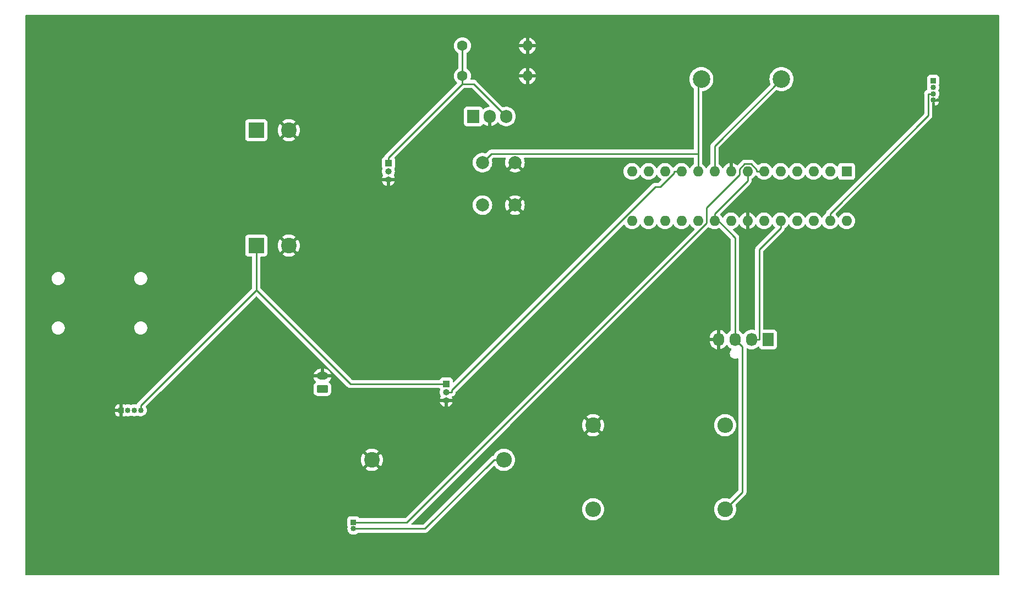
<source format=gbr>
%TF.GenerationSoftware,KiCad,Pcbnew,7.0.7*%
%TF.CreationDate,2023-12-03T23:29:23-03:00*%
%TF.ProjectId,Chocadeira,43686f63-6164-4656-9972-612e6b696361,rev?*%
%TF.SameCoordinates,Original*%
%TF.FileFunction,Copper,L2,Bot*%
%TF.FilePolarity,Positive*%
%FSLAX46Y46*%
G04 Gerber Fmt 4.6, Leading zero omitted, Abs format (unit mm)*
G04 Created by KiCad (PCBNEW 7.0.7) date 2023-12-03 23:29:23*
%MOMM*%
%LPD*%
G01*
G04 APERTURE LIST*
G04 Aperture macros list*
%AMRoundRect*
0 Rectangle with rounded corners*
0 $1 Rounding radius*
0 $2 $3 $4 $5 $6 $7 $8 $9 X,Y pos of 4 corners*
0 Add a 4 corners polygon primitive as box body*
4,1,4,$2,$3,$4,$5,$6,$7,$8,$9,$2,$3,0*
0 Add four circle primitives for the rounded corners*
1,1,$1+$1,$2,$3*
1,1,$1+$1,$4,$5*
1,1,$1+$1,$6,$7*
1,1,$1+$1,$8,$9*
0 Add four rect primitives between the rounded corners*
20,1,$1+$1,$2,$3,$4,$5,0*
20,1,$1+$1,$4,$5,$6,$7,0*
20,1,$1+$1,$6,$7,$8,$9,0*
20,1,$1+$1,$8,$9,$2,$3,0*%
G04 Aperture macros list end*
%TA.AperFunction,ComponentPad*%
%ADD10R,0.850000X0.850000*%
%TD*%
%TA.AperFunction,ComponentPad*%
%ADD11O,0.850000X0.850000*%
%TD*%
%TA.AperFunction,ComponentPad*%
%ADD12C,2.400000*%
%TD*%
%TA.AperFunction,ComponentPad*%
%ADD13O,2.400000X2.400000*%
%TD*%
%TA.AperFunction,ComponentPad*%
%ADD14R,1.000000X1.000000*%
%TD*%
%TA.AperFunction,ComponentPad*%
%ADD15O,1.000000X1.000000*%
%TD*%
%TA.AperFunction,ComponentPad*%
%ADD16C,2.000000*%
%TD*%
%TA.AperFunction,ComponentPad*%
%ADD17R,1.905000X2.000000*%
%TD*%
%TA.AperFunction,ComponentPad*%
%ADD18O,1.905000X2.000000*%
%TD*%
%TA.AperFunction,ComponentPad*%
%ADD19C,2.700000*%
%TD*%
%TA.AperFunction,ComponentPad*%
%ADD20R,2.400000X2.400000*%
%TD*%
%TA.AperFunction,ComponentPad*%
%ADD21C,1.600000*%
%TD*%
%TA.AperFunction,ComponentPad*%
%ADD22O,1.600000X1.600000*%
%TD*%
%TA.AperFunction,ComponentPad*%
%ADD23R,1.730000X2.030000*%
%TD*%
%TA.AperFunction,ComponentPad*%
%ADD24O,1.730000X2.030000*%
%TD*%
%TA.AperFunction,ComponentPad*%
%ADD25R,1.600000X1.600000*%
%TD*%
%TA.AperFunction,ComponentPad*%
%ADD26RoundRect,0.250000X0.625000X-0.350000X0.625000X0.350000X-0.625000X0.350000X-0.625000X-0.350000X0*%
%TD*%
%TA.AperFunction,ComponentPad*%
%ADD27O,1.750000X1.200000*%
%TD*%
%TA.AperFunction,Conductor*%
%ADD28C,0.250000*%
%TD*%
G04 APERTURE END LIST*
D10*
%TO.P,RTC1,1,Pin_1*%
%TO.N,VCC*%
X223520000Y-81280000D03*
D11*
%TO.P,RTC1,2,Pin_2*%
%TO.N,Net-(RTC1-Pin_2)*%
X223520000Y-82280000D03*
%TO.P,RTC1,3,Pin_3*%
%TO.N,Net-(RTC1-Pin_3)*%
X223520000Y-83280000D03*
%TO.P,RTC1,4,Pin_4*%
%TO.N,GND*%
X223520000Y-84280000D03*
%TD*%
D12*
%TO.P,R4,1*%
%TO.N,GND*%
X137160000Y-139700000D03*
D13*
%TO.P,R4,2*%
%TO.N,Net-(D1-A)*%
X157480000Y-139700000D03*
%TD*%
D10*
%TO.P,LED,1,K*%
%TO.N,Net-(D1-K)*%
X134320000Y-149330000D03*
D11*
%TO.P,LED,2,A*%
%TO.N,Net-(D1-A)*%
X134320000Y-150330000D03*
%TD*%
%TO.P,Dimmer1,4,Pin_4*%
%TO.N,VCC*%
X101600000Y-132080000D03*
%TO.P,Dimmer1,3,Pin_3*%
%TO.N,Net-(Dimmer1-Pin_3)*%
X100600000Y-132080000D03*
%TO.P,Dimmer1,2,Pin_2*%
%TO.N,Net-(Dimmer1-Pin_2)*%
X99600000Y-132080000D03*
D10*
%TO.P,Dimmer1,1,Pin_1*%
%TO.N,GND*%
X98600000Y-132080000D03*
%TD*%
D14*
%TO.P,DHT1,1,Pin_1*%
%TO.N,VCC*%
X139700000Y-93980000D03*
D15*
%TO.P,DHT1,2,Pin_2*%
%TO.N,Net-(DHT1-Pin_2)*%
X139700000Y-95250000D03*
%TO.P,DHT1,3,Pin_3*%
%TO.N,GND*%
X139700000Y-96520000D03*
%TD*%
D16*
%TO.P,C1,1*%
%TO.N,XTAL2*%
X154182000Y-93892000D03*
%TO.P,C1,2*%
%TO.N,GND*%
X159182000Y-93892000D03*
%TD*%
%TO.P,C2,1*%
%TO.N,XTAL1*%
X154182000Y-100442000D03*
%TO.P,C2,2*%
%TO.N,GND*%
X159182000Y-100442000D03*
%TD*%
D17*
%TO.P,U1,1,IN*%
%TO.N,Alimentacao*%
X152762000Y-86792000D03*
D18*
%TO.P,U1,2,GND*%
%TO.N,GND*%
X155302000Y-86792000D03*
%TO.P,U1,3,OUT*%
%TO.N,VCC*%
X157842000Y-86792000D03*
%TD*%
D12*
%TO.P,R2,1*%
%TO.N,GND*%
X171196000Y-134366000D03*
D13*
%TO.P,R2,2*%
%TO.N,Net-(D1-A)*%
X191516000Y-134366000D03*
%TD*%
D19*
%TO.P,16MHz1,1,1*%
%TO.N,XTAL2*%
X187856000Y-81026000D03*
%TO.P,16MHz1,2,2*%
%TO.N,XTAL1*%
X200196000Y-81026000D03*
%TD*%
D20*
%TO.P,C5,1*%
%TO.N,VCC*%
X119380000Y-88900000D03*
D12*
%TO.P,C5,2*%
%TO.N,GND*%
X124380000Y-88900000D03*
%TD*%
D21*
%TO.P,C4,1*%
%TO.N,VCC*%
X151102000Y-80542000D03*
D22*
%TO.P,C4,2*%
%TO.N,GND*%
X161102000Y-80542000D03*
%TD*%
D23*
%TO.P,Display1,1,Pin_1*%
%TO.N,Net-(Display1-Pin_1)*%
X198120000Y-121158000D03*
D24*
%TO.P,Display1,2,Pin_2*%
%TO.N,Net-(Display1-Pin_2)*%
X195580000Y-121158000D03*
%TO.P,Display1,3,Pin_3*%
%TO.N,VCC*%
X193040000Y-121158000D03*
%TO.P,Display1,4,Pin_4*%
%TO.N,GND*%
X190500000Y-121158000D03*
%TD*%
D12*
%TO.P,R1,1*%
%TO.N,VCC*%
X191516000Y-147320000D03*
D13*
%TO.P,R1,2*%
%TO.N,Reset*%
X171196000Y-147320000D03*
%TD*%
D25*
%TO.P,U2,1,~{RESET}/PC6*%
%TO.N,Reset*%
X210208000Y-95250000D03*
D22*
%TO.P,U2,2,PD0*%
%TO.N,TX*%
X207668000Y-95250000D03*
%TO.P,U2,3,PD1*%
%TO.N,RX*%
X205128000Y-95250000D03*
%TO.P,U2,4,PD2*%
%TO.N,Net-(Dimmer1-Pin_3)*%
X202588000Y-95250000D03*
%TO.P,U2,5,PD3*%
%TO.N,Net-(Dimmer1-Pin_2)*%
X200048000Y-95250000D03*
%TO.P,U2,6,PD4*%
%TO.N,Net-(D1-K)*%
X197508000Y-95250000D03*
%TO.P,U2,7,VCC*%
%TO.N,VCC*%
X194968000Y-95250000D03*
%TO.P,U2,8,GND*%
%TO.N,GND*%
X192428000Y-95250000D03*
%TO.P,U2,9,XTAL1/PB6*%
%TO.N,XTAL1*%
X189888000Y-95250000D03*
%TO.P,U2,10,XTAL2/PB7*%
%TO.N,XTAL2*%
X187348000Y-95250000D03*
%TO.P,U2,11,PD5*%
%TO.N,Net-(Servo1-Pin_2)*%
X184808000Y-95250000D03*
%TO.P,U2,12,PD6*%
%TO.N,Net-(DHT1-Pin_2)*%
X182268000Y-95250000D03*
%TO.P,U2,13,PD7*%
%TO.N,unconnected-(U2-PD7-Pad13)*%
X179728000Y-95250000D03*
%TO.P,U2,14,PB0*%
%TO.N,unconnected-(U2-PB0-Pad14)*%
X177188000Y-95250000D03*
%TO.P,U2,15,PB1*%
%TO.N,unconnected-(U2-PB1-Pad15)*%
X177188000Y-102870000D03*
%TO.P,U2,16,PB2*%
%TO.N,unconnected-(U2-PB2-Pad16)*%
X179728000Y-102870000D03*
%TO.P,U2,17,PB3*%
%TO.N,unconnected-(U2-PB3-Pad17)*%
X182268000Y-102870000D03*
%TO.P,U2,18,PB4*%
%TO.N,unconnected-(U2-PB4-Pad18)*%
X184808000Y-102870000D03*
%TO.P,U2,19,PB5*%
%TO.N,unconnected-(U2-PB5-Pad19)*%
X187348000Y-102870000D03*
%TO.P,U2,20,AVCC*%
%TO.N,VCC*%
X189888000Y-102870000D03*
%TO.P,U2,21,AREF*%
%TO.N,unconnected-(U2-AREF-Pad21)*%
X192428000Y-102870000D03*
%TO.P,U2,22,GND*%
%TO.N,GND*%
X194968000Y-102870000D03*
%TO.P,U2,23,PC0*%
%TO.N,Net-(Display1-Pin_1)*%
X197508000Y-102870000D03*
%TO.P,U2,24,PC1*%
%TO.N,Net-(Display1-Pin_2)*%
X200048000Y-102870000D03*
%TO.P,U2,25,PC2*%
%TO.N,unconnected-(U2-PC2-Pad25)*%
X202588000Y-102870000D03*
%TO.P,U2,26,PC3*%
%TO.N,unconnected-(U2-PC3-Pad26)*%
X205128000Y-102870000D03*
%TO.P,U2,27,PC4*%
%TO.N,Net-(RTC1-Pin_3)*%
X207668000Y-102870000D03*
%TO.P,U2,28,PC5*%
%TO.N,Net-(RTC1-Pin_2)*%
X210208000Y-102870000D03*
%TD*%
D14*
%TO.P,Servo1,1,Pin_1*%
%TO.N,VCC*%
X148600000Y-128026000D03*
D15*
%TO.P,Servo1,2,Pin_2*%
%TO.N,Net-(Servo1-Pin_2)*%
X148600000Y-129296000D03*
%TO.P,Servo1,3,Pin_3*%
%TO.N,GND*%
X148600000Y-130566000D03*
%TD*%
D21*
%TO.P,C3,1*%
%TO.N,VCC*%
X151102000Y-75892000D03*
D22*
%TO.P,C3,2*%
%TO.N,GND*%
X161102000Y-75892000D03*
%TD*%
D20*
%TO.P,C6,1*%
%TO.N,VCC*%
X119380000Y-106680000D03*
D12*
%TO.P,C6,2*%
%TO.N,GND*%
X124380000Y-106680000D03*
%TD*%
D26*
%TO.P,Bot\u00E3o_Reset1,1,Pin_1*%
%TO.N,Reset*%
X129550000Y-128788000D03*
D27*
%TO.P,Bot\u00E3o_Reset1,2,Pin_2*%
%TO.N,GND*%
X129550000Y-126788000D03*
%TD*%
D28*
%TO.N,Net-(RTC1-Pin_3)*%
X222768100Y-86643000D02*
X222768100Y-83280000D01*
X207668000Y-101743100D02*
X222768100Y-86643000D01*
X207668000Y-102870000D02*
X207668000Y-101743100D01*
X223520000Y-83280000D02*
X222768100Y-83280000D01*
%TO.N,Net-(D1-K)*%
X142543100Y-149330000D02*
X134320000Y-149330000D01*
X188618000Y-103255100D02*
X142543100Y-149330000D01*
X188618000Y-100810500D02*
X188618000Y-103255100D01*
X193698000Y-95730500D02*
X188618000Y-100810500D01*
X193698000Y-94899300D02*
X193698000Y-95730500D01*
X194505200Y-94092100D02*
X193698000Y-94899300D01*
X195504900Y-94092100D02*
X194505200Y-94092100D01*
X196381100Y-94968300D02*
X195504900Y-94092100D01*
X196381100Y-95250000D02*
X196381100Y-94968300D01*
X197508000Y-95250000D02*
X196381100Y-95250000D01*
%TO.N,Net-(D1-A)*%
X145323100Y-150330000D02*
X155953100Y-139700000D01*
X134320000Y-150330000D02*
X145323100Y-150330000D01*
X157480000Y-139700000D02*
X155953100Y-139700000D01*
%TO.N,Net-(Servo1-Pin_2)*%
X183681100Y-95483500D02*
X183681100Y-95250000D01*
X181519200Y-97645400D02*
X183681100Y-95483500D01*
X180767100Y-97645400D02*
X181519200Y-97645400D01*
X149426900Y-128985600D02*
X180767100Y-97645400D01*
X149426900Y-129296000D02*
X149426900Y-128985600D01*
X148600000Y-129296000D02*
X149426900Y-129296000D01*
X184808000Y-95250000D02*
X183681100Y-95250000D01*
%TO.N,Net-(Display1-Pin_2)*%
X196771900Y-107273000D02*
X196771900Y-121158000D01*
X200048000Y-103996900D02*
X196771900Y-107273000D01*
X195580000Y-121158000D02*
X196771900Y-121158000D01*
X200048000Y-102870000D02*
X200048000Y-103996900D01*
%TO.N,VCC*%
X194968000Y-96663100D02*
X194968000Y-95250000D01*
X189888000Y-101743100D02*
X194968000Y-96663100D01*
X189888000Y-102870000D02*
X189888000Y-102306500D01*
X189888000Y-102306500D02*
X189888000Y-101743100D01*
X193040000Y-105458500D02*
X193040000Y-121158000D01*
X189888000Y-102306500D02*
X193040000Y-105458500D01*
X151102000Y-75892000D02*
X151102000Y-80542000D01*
X194178500Y-144657500D02*
X191516000Y-147320000D01*
X194178500Y-122296500D02*
X194178500Y-144657500D01*
X193040000Y-121158000D02*
X194178500Y-122296500D01*
X139700000Y-93980000D02*
X139700000Y-93153100D01*
X101600000Y-132080000D02*
X101600000Y-131328100D01*
X152801100Y-81751100D02*
X157842000Y-86792000D01*
X151102000Y-81751100D02*
X152801100Y-81751100D01*
X151102000Y-80542000D02*
X151102000Y-81751100D01*
X151102000Y-81751100D02*
X139700000Y-93153100D01*
X133857900Y-128026000D02*
X119380000Y-113548100D01*
X148600000Y-128026000D02*
X133857900Y-128026000D01*
X119380000Y-106680000D02*
X119380000Y-113548100D01*
X119380000Y-113548100D02*
X101600000Y-131328100D01*
%TO.N,XTAL1*%
X189888000Y-91334000D02*
X200196000Y-81026000D01*
X189888000Y-95250000D02*
X189888000Y-91334000D01*
%TO.N,XTAL2*%
X155548800Y-92525200D02*
X154182000Y-93892000D01*
X187348000Y-92525200D02*
X155548800Y-92525200D01*
X187348000Y-95250000D02*
X187348000Y-92525200D01*
X187348000Y-81534000D02*
X187856000Y-81026000D01*
X187348000Y-92525200D02*
X187348000Y-81534000D01*
%TD*%
%TA.AperFunction,Conductor*%
%TO.N,GND*%
G36*
X194861331Y-103258091D02*
G01*
X194893699Y-103263218D01*
X194936515Y-103270000D01*
X194936519Y-103270000D01*
X194999485Y-103270000D01*
X195036960Y-103264064D01*
X195074602Y-103258102D01*
X195143893Y-103267056D01*
X195197346Y-103312052D01*
X195217986Y-103378803D01*
X195217999Y-103380575D01*
X195217999Y-104148871D01*
X195218000Y-104148872D01*
X195414317Y-104096269D01*
X195414326Y-104096265D01*
X195620482Y-104000134D01*
X195806820Y-103869657D01*
X195967657Y-103708820D01*
X196098132Y-103522484D01*
X196125341Y-103464134D01*
X196171513Y-103411695D01*
X196238707Y-103392542D01*
X196305588Y-103412757D01*
X196350105Y-103464132D01*
X196362250Y-103490177D01*
X196377431Y-103522732D01*
X196377432Y-103522734D01*
X196507954Y-103709141D01*
X196668858Y-103870045D01*
X196668861Y-103870047D01*
X196855266Y-104000568D01*
X197061504Y-104096739D01*
X197281308Y-104155635D01*
X197443230Y-104169801D01*
X197507998Y-104175468D01*
X197508000Y-104175468D01*
X197508002Y-104175468D01*
X197564673Y-104170509D01*
X197734692Y-104155635D01*
X197954496Y-104096739D01*
X198160734Y-104000568D01*
X198347139Y-103870047D01*
X198508047Y-103709139D01*
X198638568Y-103522734D01*
X198665618Y-103464724D01*
X198711790Y-103412285D01*
X198778983Y-103393133D01*
X198845865Y-103413348D01*
X198890382Y-103464725D01*
X198917429Y-103522728D01*
X198917432Y-103522734D01*
X199047951Y-103709137D01*
X199047952Y-103709138D01*
X199047953Y-103709139D01*
X199161881Y-103823067D01*
X199195365Y-103884388D01*
X199190381Y-103954080D01*
X199161880Y-103998428D01*
X196388108Y-106772199D01*
X196375851Y-106782020D01*
X196376034Y-106782241D01*
X196370023Y-106787213D01*
X196322672Y-106837636D01*
X196301789Y-106858518D01*
X196301777Y-106858532D01*
X196297521Y-106864017D01*
X196293737Y-106868447D01*
X196261837Y-106902418D01*
X196261836Y-106902420D01*
X196252184Y-106919976D01*
X196241510Y-106936226D01*
X196229229Y-106952061D01*
X196229224Y-106952068D01*
X196210715Y-106994838D01*
X196208145Y-107000084D01*
X196185703Y-107040906D01*
X196180722Y-107060307D01*
X196174421Y-107078710D01*
X196166462Y-107097102D01*
X196166461Y-107097105D01*
X196159171Y-107143127D01*
X196157987Y-107148846D01*
X196146401Y-107193972D01*
X196146400Y-107193982D01*
X196146400Y-107214016D01*
X196144873Y-107233415D01*
X196141740Y-107253194D01*
X196141740Y-107253195D01*
X196146125Y-107299583D01*
X196146400Y-107305421D01*
X196146400Y-119585701D01*
X196126715Y-119652740D01*
X196073911Y-119698495D01*
X196004753Y-119708439D01*
X195986094Y-119704266D01*
X195868723Y-119668322D01*
X195868721Y-119668321D01*
X195868722Y-119668321D01*
X195638157Y-119638797D01*
X195405933Y-119648662D01*
X195405932Y-119648662D01*
X195178703Y-119697634D01*
X194963027Y-119784299D01*
X194765096Y-119906170D01*
X194590599Y-120059746D01*
X194444584Y-120240583D01*
X194444577Y-120240593D01*
X194418301Y-120287630D01*
X194368422Y-120336556D01*
X194300008Y-120350748D01*
X194234783Y-120325700D01*
X194207313Y-120296592D01*
X194106250Y-120147065D01*
X193945412Y-119979250D01*
X193945411Y-119979249D01*
X193758534Y-119841035D01*
X193733673Y-119828500D01*
X193682674Y-119780741D01*
X193665500Y-119717778D01*
X193665500Y-105541238D01*
X193667224Y-105525624D01*
X193666938Y-105525597D01*
X193667672Y-105517834D01*
X193665500Y-105448703D01*
X193665500Y-105419151D01*
X193665500Y-105419150D01*
X193664629Y-105412259D01*
X193664172Y-105406445D01*
X193662709Y-105359872D01*
X193657122Y-105340644D01*
X193653174Y-105321584D01*
X193652123Y-105313261D01*
X193650664Y-105301708D01*
X193633507Y-105258375D01*
X193631619Y-105252859D01*
X193618619Y-105208112D01*
X193608418Y-105190863D01*
X193599860Y-105173394D01*
X193592486Y-105154768D01*
X193592483Y-105154764D01*
X193592483Y-105154763D01*
X193565098Y-105117071D01*
X193561890Y-105112187D01*
X193538172Y-105072082D01*
X193538163Y-105072071D01*
X193524005Y-105057913D01*
X193511370Y-105043120D01*
X193499593Y-105026912D01*
X193463693Y-104997213D01*
X193459381Y-104993290D01*
X192780561Y-104314470D01*
X192747076Y-104253147D01*
X192752060Y-104183455D01*
X192793932Y-104127522D01*
X192836150Y-104107014D01*
X192874486Y-104096742D01*
X192874489Y-104096740D01*
X192874496Y-104096739D01*
X193080734Y-104000568D01*
X193267139Y-103870047D01*
X193428047Y-103709139D01*
X193558568Y-103522734D01*
X193585895Y-103464129D01*
X193632064Y-103411695D01*
X193699257Y-103392542D01*
X193766139Y-103412757D01*
X193810657Y-103464133D01*
X193837865Y-103522482D01*
X193968342Y-103708820D01*
X194129179Y-103869657D01*
X194315517Y-104000134D01*
X194521673Y-104096265D01*
X194521682Y-104096269D01*
X194717999Y-104148872D01*
X194718000Y-104148871D01*
X194718000Y-103380575D01*
X194737685Y-103313536D01*
X194790489Y-103267781D01*
X194859647Y-103257837D01*
X194861331Y-103258091D01*
G37*
%TD.AperFunction*%
%TA.AperFunction,Conductor*%
G36*
X233622539Y-71140185D02*
G01*
X233668294Y-71192989D01*
X233679500Y-71244500D01*
X233679500Y-157355500D01*
X233659815Y-157422539D01*
X233607011Y-157468294D01*
X233555500Y-157479500D01*
X83944500Y-157479500D01*
X83877461Y-157459815D01*
X83831706Y-157407011D01*
X83820500Y-157355500D01*
X83820500Y-139700004D01*
X135455233Y-139700004D01*
X135474273Y-139954079D01*
X135530968Y-140202477D01*
X135530973Y-140202494D01*
X135624058Y-140439671D01*
X135624057Y-140439671D01*
X135751457Y-140660332D01*
X135793452Y-140712993D01*
X136478590Y-140027855D01*
X136539913Y-139994370D01*
X136609604Y-139999354D01*
X136664645Y-140040049D01*
X136732074Y-140127924D01*
X136732075Y-140127925D01*
X136819948Y-140195353D01*
X136861150Y-140251781D01*
X136865305Y-140321527D01*
X136832142Y-140381409D01*
X136146813Y-141066737D01*
X136307623Y-141176375D01*
X136307624Y-141176376D01*
X136537176Y-141286921D01*
X136537174Y-141286921D01*
X136780652Y-141362024D01*
X136780658Y-141362026D01*
X137032595Y-141399999D01*
X137032604Y-141400000D01*
X137287396Y-141400000D01*
X137287404Y-141399999D01*
X137539341Y-141362026D01*
X137539347Y-141362024D01*
X137782824Y-141286921D01*
X138012381Y-141176373D01*
X138173185Y-141066737D01*
X137487856Y-140381409D01*
X137454371Y-140320086D01*
X137459355Y-140250395D01*
X137500049Y-140195353D01*
X137587925Y-140127925D01*
X137655354Y-140040048D01*
X137711779Y-139998848D01*
X137781525Y-139994693D01*
X137841409Y-140027856D01*
X138526545Y-140712993D01*
X138568545Y-140660327D01*
X138695941Y-140439671D01*
X138789026Y-140202494D01*
X138789031Y-140202477D01*
X138845726Y-139954079D01*
X138864767Y-139700004D01*
X138864767Y-139699995D01*
X138845726Y-139445920D01*
X138789031Y-139197522D01*
X138789026Y-139197505D01*
X138695941Y-138960328D01*
X138695942Y-138960328D01*
X138568544Y-138739671D01*
X138526545Y-138687005D01*
X137841409Y-139372142D01*
X137780086Y-139405627D01*
X137710394Y-139400643D01*
X137655353Y-139359948D01*
X137587925Y-139272075D01*
X137531303Y-139228628D01*
X137500049Y-139204645D01*
X137458847Y-139148219D01*
X137454692Y-139078473D01*
X137487855Y-139018590D01*
X138173185Y-138333261D01*
X138012377Y-138223624D01*
X138012376Y-138223623D01*
X137782823Y-138113078D01*
X137782825Y-138113078D01*
X137539347Y-138037975D01*
X137539341Y-138037973D01*
X137287404Y-138000000D01*
X137032595Y-138000000D01*
X136780658Y-138037973D01*
X136780652Y-138037975D01*
X136537175Y-138113078D01*
X136307624Y-138223623D01*
X136307616Y-138223628D01*
X136146813Y-138333261D01*
X136832143Y-139018590D01*
X136865628Y-139079913D01*
X136860644Y-139149604D01*
X136819949Y-139204646D01*
X136732075Y-139272074D01*
X136732074Y-139272075D01*
X136664646Y-139359949D01*
X136608218Y-139401151D01*
X136538472Y-139405306D01*
X136478590Y-139372143D01*
X135793453Y-138687006D01*
X135751455Y-138739670D01*
X135624058Y-138960328D01*
X135530973Y-139197505D01*
X135530968Y-139197522D01*
X135474273Y-139445920D01*
X135455233Y-139699995D01*
X135455233Y-139700004D01*
X83820500Y-139700004D01*
X83820500Y-132552844D01*
X97675000Y-132552844D01*
X97681401Y-132612372D01*
X97681403Y-132612379D01*
X97731645Y-132747086D01*
X97731649Y-132747093D01*
X97817809Y-132862187D01*
X97817812Y-132862190D01*
X97932906Y-132948350D01*
X97932913Y-132948354D01*
X98067620Y-132998596D01*
X98067627Y-132998598D01*
X98127155Y-133004999D01*
X98127172Y-133005000D01*
X98350000Y-133005000D01*
X98350000Y-132436264D01*
X98369685Y-132369225D01*
X98422489Y-132323470D01*
X98491647Y-132313526D01*
X98498192Y-132314647D01*
X98575373Y-132330000D01*
X98618010Y-132330000D01*
X98685049Y-132349685D01*
X98730804Y-132402489D01*
X98735941Y-132415682D01*
X98749856Y-132458509D01*
X98749857Y-132458511D01*
X98833387Y-132603189D01*
X98850000Y-132665189D01*
X98850000Y-133005000D01*
X99072828Y-133005000D01*
X99072844Y-133004999D01*
X99132372Y-132998598D01*
X99132383Y-132998595D01*
X99223874Y-132964471D01*
X99293565Y-132959486D01*
X99306068Y-132963585D01*
X99306245Y-132963042D01*
X99312428Y-132965050D01*
X99312429Y-132965051D01*
X99502726Y-133005500D01*
X99697274Y-133005500D01*
X99887566Y-132965052D01*
X99887565Y-132965052D01*
X99887571Y-132965051D01*
X100049569Y-132892925D01*
X100118815Y-132883642D01*
X100150425Y-132892922D01*
X100312429Y-132965051D01*
X100312432Y-132965051D01*
X100312433Y-132965052D01*
X100502726Y-133005500D01*
X100697274Y-133005500D01*
X100887566Y-132965052D01*
X100887565Y-132965052D01*
X100887571Y-132965051D01*
X101049569Y-132892925D01*
X101118815Y-132883642D01*
X101150425Y-132892922D01*
X101312429Y-132965051D01*
X101312432Y-132965051D01*
X101312433Y-132965052D01*
X101502726Y-133005500D01*
X101697274Y-133005500D01*
X101887571Y-132965051D01*
X102065299Y-132885922D01*
X102222692Y-132771569D01*
X102352870Y-132626992D01*
X102450144Y-132458508D01*
X102510262Y-132273482D01*
X102530598Y-132080000D01*
X102510262Y-131886518D01*
X102450144Y-131701492D01*
X102450143Y-131701491D01*
X102450143Y-131701489D01*
X102450142Y-131701488D01*
X102373655Y-131569008D01*
X102357182Y-131501108D01*
X102380035Y-131435081D01*
X102393355Y-131419333D01*
X104624687Y-129188001D01*
X128174500Y-129188001D01*
X128174501Y-129188019D01*
X128185000Y-129290796D01*
X128185001Y-129290799D01*
X128212908Y-129375016D01*
X128240186Y-129457334D01*
X128332288Y-129606656D01*
X128456344Y-129730712D01*
X128605666Y-129822814D01*
X128772203Y-129877999D01*
X128874991Y-129888500D01*
X130225008Y-129888499D01*
X130327797Y-129877999D01*
X130494334Y-129822814D01*
X130643656Y-129730712D01*
X130767712Y-129606656D01*
X130859814Y-129457334D01*
X130914999Y-129290797D01*
X130925500Y-129188009D01*
X130925499Y-128387992D01*
X130914999Y-128285203D01*
X130859814Y-128118666D01*
X130767712Y-127969344D01*
X130643656Y-127845288D01*
X130579806Y-127805905D01*
X130533083Y-127753958D01*
X130521860Y-127684995D01*
X130549704Y-127620913D01*
X130568254Y-127602895D01*
X130587540Y-127587728D01*
X130725105Y-127428969D01*
X130725114Y-127428958D01*
X130830144Y-127247039D01*
X130830147Y-127247032D01*
X130898855Y-127048517D01*
X130898855Y-127048515D01*
X130900368Y-127038000D01*
X130038192Y-127038000D01*
X129971153Y-127018315D01*
X129925398Y-126965511D01*
X129915454Y-126896353D01*
X129917987Y-126883559D01*
X129918551Y-126881329D01*
X129928886Y-126756605D01*
X129913202Y-126694670D01*
X129912637Y-126692438D01*
X129915262Y-126622619D01*
X129955219Y-126565302D01*
X130019820Y-126538686D01*
X130032843Y-126538000D01*
X130896257Y-126538000D01*
X130869229Y-126426590D01*
X130781959Y-126235492D01*
X130660110Y-126064380D01*
X130660104Y-126064374D01*
X130508067Y-125919407D01*
X130331342Y-125805833D01*
X130136314Y-125727755D01*
X129930038Y-125688000D01*
X129799999Y-125688000D01*
X129799999Y-126303669D01*
X129780314Y-126370709D01*
X129727510Y-126416463D01*
X129658352Y-126426407D01*
X129635737Y-126420951D01*
X129612576Y-126413000D01*
X129518927Y-126413000D01*
X129518926Y-126413000D01*
X129444408Y-126425434D01*
X129375043Y-126417052D01*
X129321222Y-126372498D01*
X129300031Y-126305919D01*
X129300000Y-126303125D01*
X129300000Y-125688000D01*
X129222602Y-125688000D01*
X129065877Y-125702965D01*
X129065873Y-125702966D01*
X128864313Y-125762149D01*
X128677585Y-125858413D01*
X128512462Y-125988268D01*
X128512459Y-125988271D01*
X128374894Y-126147030D01*
X128374885Y-126147041D01*
X128269855Y-126328960D01*
X128269852Y-126328967D01*
X128201144Y-126527482D01*
X128201144Y-126527484D01*
X128199632Y-126538000D01*
X129061808Y-126538000D01*
X129128847Y-126557685D01*
X129174602Y-126610489D01*
X129184546Y-126679647D01*
X129182013Y-126692441D01*
X129181448Y-126694670D01*
X129171113Y-126819392D01*
X129171113Y-126819395D01*
X129171114Y-126819395D01*
X129187362Y-126883559D01*
X129187363Y-126883560D01*
X129184738Y-126953381D01*
X129144781Y-127010698D01*
X129080180Y-127037314D01*
X129067157Y-127038000D01*
X128203742Y-127038000D01*
X128230770Y-127149409D01*
X128318040Y-127340507D01*
X128439889Y-127511619D01*
X128439900Y-127511631D01*
X128542521Y-127609479D01*
X128577457Y-127669987D01*
X128574132Y-127739778D01*
X128533604Y-127796692D01*
X128522049Y-127804760D01*
X128456347Y-127845285D01*
X128456343Y-127845288D01*
X128332289Y-127969342D01*
X128240187Y-128118663D01*
X128240185Y-128118666D01*
X128240186Y-128118666D01*
X128185001Y-128285203D01*
X128185001Y-128285204D01*
X128185000Y-128285204D01*
X128174500Y-128387983D01*
X128174500Y-129188001D01*
X104624687Y-129188001D01*
X119292322Y-114520367D01*
X119353641Y-114486885D01*
X119423333Y-114491869D01*
X119467680Y-114520370D01*
X133357094Y-128409784D01*
X133366919Y-128422048D01*
X133367140Y-128421866D01*
X133372110Y-128427873D01*
X133372113Y-128427876D01*
X133372114Y-128427877D01*
X133422551Y-128475241D01*
X133443430Y-128496120D01*
X133448904Y-128500366D01*
X133453342Y-128504156D01*
X133487318Y-128536062D01*
X133487322Y-128536064D01*
X133504873Y-128545713D01*
X133521131Y-128556392D01*
X133536964Y-128568674D01*
X133558915Y-128578172D01*
X133579737Y-128587183D01*
X133584981Y-128589752D01*
X133625808Y-128612197D01*
X133645212Y-128617179D01*
X133663610Y-128623478D01*
X133682005Y-128631438D01*
X133728029Y-128638726D01*
X133733732Y-128639907D01*
X133778881Y-128651500D01*
X133798916Y-128651500D01*
X133818313Y-128653026D01*
X133838096Y-128656160D01*
X133884483Y-128651775D01*
X133890322Y-128651500D01*
X147526533Y-128651500D01*
X147593572Y-128671185D01*
X147639327Y-128723989D01*
X147642715Y-128732166D01*
X147656203Y-128768330D01*
X147656204Y-128768331D01*
X147662231Y-128776382D01*
X147686648Y-128841846D01*
X147673105Y-128905470D01*
X147673518Y-128905641D01*
X147672595Y-128907869D01*
X147672324Y-128909143D01*
X147671188Y-128911267D01*
X147613975Y-129099870D01*
X147594659Y-129296000D01*
X147613975Y-129492129D01*
X147613976Y-129492132D01*
X147666895Y-129666583D01*
X147671188Y-129680733D01*
X147764086Y-129854532D01*
X147767473Y-129859601D01*
X147765955Y-129860615D01*
X147789918Y-129917042D01*
X147778124Y-129985909D01*
X147767515Y-130002420D01*
X147767893Y-130002673D01*
X147764505Y-130007742D01*
X147671652Y-130181458D01*
X147630839Y-130315999D01*
X147630840Y-130316000D01*
X148168045Y-130316000D01*
X148235084Y-130335685D01*
X148280839Y-130388489D01*
X148290783Y-130457647D01*
X148284568Y-130482404D01*
X148275000Y-130508694D01*
X148275000Y-130623306D01*
X148284567Y-130649592D01*
X148288998Y-130719319D01*
X148255027Y-130780375D01*
X148193440Y-130813372D01*
X148168045Y-130816000D01*
X147630840Y-130816000D01*
X147671652Y-130950541D01*
X147764503Y-131124253D01*
X147764507Y-131124260D01*
X147889471Y-131276528D01*
X148041739Y-131401491D01*
X148215465Y-131494349D01*
X148350000Y-131535159D01*
X148350000Y-130999709D01*
X148369685Y-130932670D01*
X148422489Y-130886915D01*
X148491647Y-130876971D01*
X148495481Y-130877584D01*
X148571564Y-130891000D01*
X148571568Y-130891000D01*
X148628432Y-130891000D01*
X148628436Y-130891000D01*
X148704469Y-130877593D01*
X148773906Y-130885337D01*
X148828136Y-130929393D01*
X148849938Y-130995774D01*
X148850000Y-130999709D01*
X148850000Y-131535159D01*
X148984534Y-131494349D01*
X149158260Y-131401491D01*
X149310528Y-131276528D01*
X149435492Y-131124260D01*
X149435496Y-131124253D01*
X149528347Y-130950541D01*
X149569160Y-130816000D01*
X149031955Y-130816000D01*
X148964916Y-130796315D01*
X148919161Y-130743511D01*
X148909217Y-130674353D01*
X148915431Y-130649595D01*
X148925000Y-130623306D01*
X148925000Y-130508694D01*
X148915432Y-130482407D01*
X148911002Y-130412681D01*
X148944973Y-130351625D01*
X149006560Y-130318628D01*
X149031955Y-130316000D01*
X149569160Y-130316000D01*
X149569160Y-130315999D01*
X149528348Y-130181461D01*
X149479421Y-130089926D01*
X149465179Y-130021523D01*
X149490179Y-129956279D01*
X149546484Y-129914908D01*
X149550442Y-129913547D01*
X149552819Y-129912775D01*
X149575580Y-129907688D01*
X149583692Y-129906664D01*
X149637095Y-129885519D01*
X149640735Y-129884209D01*
X149695341Y-129866467D01*
X149702237Y-129862090D01*
X149723033Y-129851494D01*
X149730632Y-129848486D01*
X149777091Y-129814730D01*
X149780290Y-129812555D01*
X149828777Y-129781786D01*
X149834366Y-129775833D01*
X149851879Y-129760394D01*
X149858487Y-129755594D01*
X149895090Y-129711347D01*
X149897636Y-129708457D01*
X149936962Y-129666582D01*
X149940898Y-129659421D01*
X149954019Y-129640114D01*
X149959224Y-129633823D01*
X149983669Y-129581874D01*
X149985428Y-129578419D01*
X150013097Y-129528092D01*
X150015127Y-129520181D01*
X150023035Y-129498218D01*
X150026514Y-129490826D01*
X150037277Y-129434401D01*
X150038110Y-129430670D01*
X150052400Y-129375019D01*
X150052400Y-129366843D01*
X150054597Y-129343606D01*
X150056127Y-129335588D01*
X150054041Y-129302440D01*
X150069476Y-129234300D01*
X150090111Y-129206978D01*
X175842189Y-103454900D01*
X175903510Y-103421417D01*
X175973202Y-103426401D01*
X176029135Y-103468273D01*
X176042249Y-103490177D01*
X176057427Y-103522726D01*
X176057430Y-103522731D01*
X176057431Y-103522732D01*
X176057432Y-103522734D01*
X176083639Y-103560162D01*
X176187954Y-103709141D01*
X176348858Y-103870045D01*
X176348861Y-103870047D01*
X176535266Y-104000568D01*
X176741504Y-104096739D01*
X176961308Y-104155635D01*
X177123230Y-104169801D01*
X177187998Y-104175468D01*
X177188000Y-104175468D01*
X177188002Y-104175468D01*
X177244673Y-104170509D01*
X177414692Y-104155635D01*
X177634496Y-104096739D01*
X177840734Y-104000568D01*
X178027139Y-103870047D01*
X178188047Y-103709139D01*
X178318568Y-103522734D01*
X178345618Y-103464724D01*
X178391790Y-103412285D01*
X178458983Y-103393133D01*
X178525865Y-103413348D01*
X178570382Y-103464725D01*
X178597429Y-103522728D01*
X178597432Y-103522734D01*
X178727954Y-103709141D01*
X178888858Y-103870045D01*
X178888861Y-103870047D01*
X179075266Y-104000568D01*
X179281504Y-104096739D01*
X179501308Y-104155635D01*
X179663230Y-104169801D01*
X179727998Y-104175468D01*
X179728000Y-104175468D01*
X179728002Y-104175468D01*
X179784673Y-104170509D01*
X179954692Y-104155635D01*
X180174496Y-104096739D01*
X180380734Y-104000568D01*
X180567139Y-103870047D01*
X180728047Y-103709139D01*
X180858568Y-103522734D01*
X180885618Y-103464724D01*
X180931790Y-103412285D01*
X180998983Y-103393133D01*
X181065865Y-103413348D01*
X181110382Y-103464725D01*
X181137429Y-103522728D01*
X181137432Y-103522734D01*
X181267954Y-103709141D01*
X181428858Y-103870045D01*
X181428861Y-103870047D01*
X181615266Y-104000568D01*
X181821504Y-104096739D01*
X182041308Y-104155635D01*
X182203230Y-104169801D01*
X182267998Y-104175468D01*
X182268000Y-104175468D01*
X182268002Y-104175468D01*
X182324672Y-104170509D01*
X182494692Y-104155635D01*
X182714496Y-104096739D01*
X182920734Y-104000568D01*
X183107139Y-103870047D01*
X183268047Y-103709139D01*
X183398568Y-103522734D01*
X183425618Y-103464724D01*
X183471790Y-103412285D01*
X183538983Y-103393133D01*
X183605865Y-103413348D01*
X183650382Y-103464725D01*
X183677429Y-103522728D01*
X183677432Y-103522734D01*
X183807954Y-103709141D01*
X183968858Y-103870045D01*
X183968861Y-103870047D01*
X184155266Y-104000568D01*
X184361504Y-104096739D01*
X184581308Y-104155635D01*
X184743230Y-104169801D01*
X184807998Y-104175468D01*
X184808000Y-104175468D01*
X184808002Y-104175468D01*
X184864672Y-104170509D01*
X185034692Y-104155635D01*
X185254496Y-104096739D01*
X185460734Y-104000568D01*
X185647139Y-103870047D01*
X185808047Y-103709139D01*
X185938568Y-103522734D01*
X185965618Y-103464724D01*
X186011790Y-103412285D01*
X186078983Y-103393133D01*
X186145865Y-103413348D01*
X186190382Y-103464725D01*
X186217429Y-103522728D01*
X186217432Y-103522734D01*
X186347954Y-103709141D01*
X186508858Y-103870045D01*
X186508861Y-103870047D01*
X186695266Y-104000568D01*
X186729870Y-104016704D01*
X186734367Y-104018801D01*
X186786806Y-104064974D01*
X186805958Y-104132167D01*
X186785742Y-104199048D01*
X186769643Y-104218864D01*
X142320328Y-148668181D01*
X142259005Y-148701666D01*
X142232647Y-148704500D01*
X135282180Y-148704500D01*
X135215141Y-148684815D01*
X135182913Y-148654811D01*
X135181731Y-148653232D01*
X135102546Y-148547454D01*
X135079709Y-148530358D01*
X134987335Y-148461206D01*
X134987328Y-148461202D01*
X134852482Y-148410908D01*
X134852483Y-148410908D01*
X134792883Y-148404501D01*
X134792881Y-148404500D01*
X134792873Y-148404500D01*
X134792864Y-148404500D01*
X133847129Y-148404500D01*
X133847123Y-148404501D01*
X133787516Y-148410908D01*
X133652671Y-148461202D01*
X133652664Y-148461206D01*
X133537455Y-148547452D01*
X133537452Y-148547455D01*
X133451206Y-148662664D01*
X133451202Y-148662671D01*
X133400908Y-148797517D01*
X133394501Y-148857116D01*
X133394500Y-148857135D01*
X133394500Y-149802870D01*
X133394501Y-149802876D01*
X133400908Y-149862483D01*
X133438099Y-149962195D01*
X133443083Y-150031887D01*
X133439848Y-150043845D01*
X133409740Y-150136511D01*
X133409738Y-150136516D01*
X133389402Y-150330000D01*
X133409738Y-150523483D01*
X133469856Y-150708510D01*
X133469857Y-150708511D01*
X133495941Y-150753689D01*
X133567130Y-150876992D01*
X133607311Y-150921617D01*
X133697302Y-151021564D01*
X133697305Y-151021566D01*
X133697308Y-151021569D01*
X133815352Y-151107333D01*
X133854702Y-151135923D01*
X133922926Y-151166297D01*
X134032429Y-151215051D01*
X134222726Y-151255500D01*
X134417274Y-151255500D01*
X134607571Y-151215051D01*
X134785299Y-151135922D01*
X134942692Y-151021569D01*
X134965239Y-150996527D01*
X135024726Y-150959879D01*
X135057389Y-150955500D01*
X145240357Y-150955500D01*
X145255977Y-150957224D01*
X145256004Y-150956939D01*
X145263760Y-150957671D01*
X145263767Y-150957673D01*
X145332914Y-150955500D01*
X145362450Y-150955500D01*
X145369328Y-150954630D01*
X145375141Y-150954172D01*
X145421727Y-150952709D01*
X145440969Y-150947117D01*
X145460012Y-150943174D01*
X145479892Y-150940664D01*
X145523222Y-150923507D01*
X145528746Y-150921617D01*
X145532496Y-150920527D01*
X145573490Y-150908618D01*
X145590729Y-150898422D01*
X145608203Y-150889862D01*
X145626827Y-150882488D01*
X145626827Y-150882487D01*
X145626832Y-150882486D01*
X145664549Y-150855082D01*
X145669405Y-150851892D01*
X145709520Y-150828170D01*
X145723689Y-150813999D01*
X145738479Y-150801368D01*
X145754687Y-150789594D01*
X145784399Y-150753676D01*
X145788312Y-150749376D01*
X149217684Y-147320004D01*
X169490732Y-147320004D01*
X169509777Y-147574154D01*
X169509778Y-147574157D01*
X169566492Y-147822637D01*
X169659607Y-148059888D01*
X169787041Y-148280612D01*
X169945950Y-148479877D01*
X170132783Y-148653232D01*
X170343366Y-148796805D01*
X170343371Y-148796807D01*
X170343372Y-148796808D01*
X170343373Y-148796809D01*
X170465328Y-148855538D01*
X170572992Y-148907387D01*
X170572993Y-148907387D01*
X170572996Y-148907389D01*
X170816542Y-148982513D01*
X171068565Y-149020500D01*
X171323435Y-149020500D01*
X171575458Y-148982513D01*
X171819004Y-148907389D01*
X172048634Y-148796805D01*
X172259217Y-148653232D01*
X172446050Y-148479877D01*
X172604959Y-148280612D01*
X172732393Y-148059888D01*
X172825508Y-147822637D01*
X172882222Y-147574157D01*
X172901268Y-147320000D01*
X172882222Y-147065843D01*
X172825508Y-146817363D01*
X172732393Y-146580112D01*
X172604959Y-146359388D01*
X172446050Y-146160123D01*
X172259217Y-145986768D01*
X172048634Y-145843195D01*
X172048630Y-145843193D01*
X172048627Y-145843191D01*
X172048626Y-145843190D01*
X171819006Y-145732612D01*
X171819008Y-145732612D01*
X171575466Y-145657489D01*
X171575462Y-145657488D01*
X171575458Y-145657487D01*
X171454231Y-145639214D01*
X171323440Y-145619500D01*
X171323435Y-145619500D01*
X171068565Y-145619500D01*
X171068559Y-145619500D01*
X170911609Y-145643157D01*
X170816542Y-145657487D01*
X170816538Y-145657488D01*
X170816539Y-145657488D01*
X170816533Y-145657489D01*
X170572992Y-145732612D01*
X170343373Y-145843190D01*
X170343372Y-145843191D01*
X170132782Y-145986768D01*
X169945952Y-146160121D01*
X169945950Y-146160123D01*
X169787041Y-146359388D01*
X169659608Y-146580109D01*
X169566492Y-146817362D01*
X169566490Y-146817369D01*
X169509777Y-147065845D01*
X169490732Y-147319995D01*
X169490732Y-147320004D01*
X149217684Y-147320004D01*
X155886873Y-140650816D01*
X155948194Y-140617333D01*
X156017886Y-140622317D01*
X156071498Y-140661185D01*
X156229950Y-140859877D01*
X156416783Y-141033232D01*
X156627366Y-141176805D01*
X156627371Y-141176807D01*
X156627372Y-141176808D01*
X156627373Y-141176809D01*
X156749328Y-141235538D01*
X156856992Y-141287387D01*
X156856993Y-141287387D01*
X156856996Y-141287389D01*
X157100542Y-141362513D01*
X157352565Y-141400500D01*
X157607435Y-141400500D01*
X157859458Y-141362513D01*
X158103004Y-141287389D01*
X158332634Y-141176805D01*
X158543217Y-141033232D01*
X158730050Y-140859877D01*
X158888959Y-140660612D01*
X159016393Y-140439888D01*
X159109508Y-140202637D01*
X159166222Y-139954157D01*
X159185268Y-139700000D01*
X159166222Y-139445843D01*
X159109508Y-139197363D01*
X159016393Y-138960112D01*
X158888959Y-138739388D01*
X158730050Y-138540123D01*
X158543217Y-138366768D01*
X158332634Y-138223195D01*
X158332630Y-138223193D01*
X158332627Y-138223191D01*
X158332626Y-138223190D01*
X158103006Y-138112612D01*
X158103008Y-138112612D01*
X157859466Y-138037489D01*
X157859462Y-138037488D01*
X157859458Y-138037487D01*
X157738231Y-138019214D01*
X157607440Y-137999500D01*
X157607435Y-137999500D01*
X157352565Y-137999500D01*
X157352559Y-137999500D01*
X157195609Y-138023157D01*
X157100542Y-138037487D01*
X157100538Y-138037488D01*
X157100539Y-138037488D01*
X157100533Y-138037489D01*
X156856992Y-138112612D01*
X156627373Y-138223190D01*
X156627372Y-138223191D01*
X156416782Y-138366768D01*
X156229952Y-138540121D01*
X156229950Y-138540123D01*
X156071041Y-138739388D01*
X155943608Y-138960109D01*
X155943606Y-138960112D01*
X155925445Y-139006384D01*
X155882627Y-139061596D01*
X155844615Y-139080154D01*
X155835236Y-139082879D01*
X155816179Y-139086825D01*
X155796311Y-139089334D01*
X155796309Y-139089335D01*
X155752984Y-139106488D01*
X155747457Y-139108380D01*
X155702710Y-139121381D01*
X155702709Y-139121382D01*
X155685467Y-139131579D01*
X155667999Y-139140137D01*
X155649369Y-139147513D01*
X155649367Y-139147514D01*
X155611676Y-139174898D01*
X155606794Y-139178105D01*
X155566679Y-139201830D01*
X155552508Y-139216000D01*
X155537723Y-139228628D01*
X155521512Y-139240407D01*
X155491809Y-139276310D01*
X155487877Y-139280631D01*
X145100328Y-149668181D01*
X145039005Y-149701666D01*
X145012647Y-149704500D01*
X143352552Y-149704500D01*
X143285513Y-149684815D01*
X143239758Y-149632011D01*
X143229814Y-149562853D01*
X143258839Y-149499297D01*
X143264871Y-149492819D01*
X158391686Y-134366004D01*
X169491233Y-134366004D01*
X169510273Y-134620079D01*
X169566968Y-134868477D01*
X169566973Y-134868494D01*
X169660058Y-135105671D01*
X169660057Y-135105671D01*
X169787457Y-135326332D01*
X169829452Y-135378993D01*
X170514590Y-134693855D01*
X170575913Y-134660370D01*
X170645604Y-134665354D01*
X170700645Y-134706049D01*
X170768074Y-134793924D01*
X170768075Y-134793925D01*
X170855948Y-134861353D01*
X170897150Y-134917781D01*
X170901305Y-134987527D01*
X170868142Y-135047409D01*
X170182813Y-135732737D01*
X170343623Y-135842375D01*
X170343624Y-135842376D01*
X170573176Y-135952921D01*
X170573174Y-135952921D01*
X170816652Y-136028024D01*
X170816658Y-136028026D01*
X171068595Y-136065999D01*
X171068604Y-136066000D01*
X171323396Y-136066000D01*
X171323404Y-136065999D01*
X171575341Y-136028026D01*
X171575347Y-136028024D01*
X171818824Y-135952921D01*
X172048381Y-135842373D01*
X172209185Y-135732737D01*
X171523856Y-135047409D01*
X171490371Y-134986086D01*
X171495355Y-134916395D01*
X171536049Y-134861353D01*
X171623925Y-134793925D01*
X171691354Y-134706048D01*
X171747779Y-134664848D01*
X171817525Y-134660693D01*
X171877409Y-134693856D01*
X172562545Y-135378993D01*
X172604545Y-135326327D01*
X172731941Y-135105671D01*
X172825026Y-134868494D01*
X172825031Y-134868477D01*
X172881726Y-134620079D01*
X172900767Y-134366004D01*
X189810732Y-134366004D01*
X189829777Y-134620154D01*
X189849382Y-134706051D01*
X189886492Y-134868637D01*
X189979607Y-135105888D01*
X190107041Y-135326612D01*
X190265950Y-135525877D01*
X190452783Y-135699232D01*
X190663366Y-135842805D01*
X190663371Y-135842807D01*
X190663372Y-135842808D01*
X190663373Y-135842809D01*
X190785328Y-135901538D01*
X190892992Y-135953387D01*
X190892993Y-135953387D01*
X190892996Y-135953389D01*
X191136542Y-136028513D01*
X191388565Y-136066500D01*
X191643435Y-136066500D01*
X191895458Y-136028513D01*
X192139004Y-135953389D01*
X192368634Y-135842805D01*
X192579217Y-135699232D01*
X192766050Y-135525877D01*
X192924959Y-135326612D01*
X193052393Y-135105888D01*
X193145508Y-134868637D01*
X193202222Y-134620157D01*
X193221268Y-134366000D01*
X193202222Y-134111843D01*
X193145508Y-133863363D01*
X193052393Y-133626112D01*
X192924959Y-133405388D01*
X192766050Y-133206123D01*
X192579217Y-133032768D01*
X192368634Y-132889195D01*
X192368630Y-132889193D01*
X192368627Y-132889191D01*
X192368626Y-132889190D01*
X192139006Y-132778612D01*
X192139008Y-132778612D01*
X191895466Y-132703489D01*
X191895462Y-132703488D01*
X191895458Y-132703487D01*
X191774231Y-132685214D01*
X191643440Y-132665500D01*
X191643435Y-132665500D01*
X191388565Y-132665500D01*
X191388559Y-132665500D01*
X191231609Y-132689157D01*
X191136542Y-132703487D01*
X191136538Y-132703488D01*
X191136539Y-132703488D01*
X191136533Y-132703489D01*
X190892992Y-132778612D01*
X190663373Y-132889190D01*
X190663372Y-132889191D01*
X190452782Y-133032768D01*
X190265952Y-133206121D01*
X190265950Y-133206123D01*
X190107041Y-133405388D01*
X189979608Y-133626109D01*
X189886492Y-133863362D01*
X189886490Y-133863369D01*
X189829777Y-134111845D01*
X189810732Y-134365995D01*
X189810732Y-134366004D01*
X172900767Y-134366004D01*
X172900767Y-134365995D01*
X172881726Y-134111920D01*
X172825031Y-133863522D01*
X172825026Y-133863505D01*
X172731941Y-133626328D01*
X172731942Y-133626328D01*
X172604544Y-133405671D01*
X172562545Y-133353005D01*
X171877409Y-134038142D01*
X171816086Y-134071627D01*
X171746394Y-134066643D01*
X171691353Y-134025948D01*
X171623925Y-133938075D01*
X171623924Y-133938074D01*
X171536049Y-133870645D01*
X171494847Y-133814219D01*
X171490692Y-133744473D01*
X171523855Y-133684590D01*
X172209185Y-132999261D01*
X172048377Y-132889624D01*
X172048376Y-132889623D01*
X171818823Y-132779078D01*
X171818825Y-132779078D01*
X171575347Y-132703975D01*
X171575341Y-132703973D01*
X171323404Y-132666000D01*
X171068595Y-132666000D01*
X170816658Y-132703973D01*
X170816652Y-132703975D01*
X170573175Y-132779078D01*
X170343624Y-132889623D01*
X170343616Y-132889628D01*
X170182813Y-132999261D01*
X170868143Y-133684590D01*
X170901628Y-133745913D01*
X170896644Y-133815604D01*
X170855949Y-133870646D01*
X170768075Y-133938074D01*
X170768074Y-133938075D01*
X170700646Y-134025949D01*
X170644218Y-134067151D01*
X170574472Y-134071306D01*
X170514590Y-134038143D01*
X169829453Y-133353006D01*
X169787455Y-133405670D01*
X169660058Y-133626328D01*
X169566973Y-133863505D01*
X169566968Y-133863522D01*
X169510273Y-134111920D01*
X169491233Y-134365995D01*
X169491233Y-134366004D01*
X158391686Y-134366004D01*
X166065250Y-126692440D01*
X188880856Y-103876833D01*
X188942177Y-103843350D01*
X189011869Y-103848334D01*
X189044245Y-103867199D01*
X189044426Y-103866942D01*
X189047505Y-103869098D01*
X189048243Y-103869528D01*
X189048866Y-103870051D01*
X189143074Y-103936015D01*
X189235266Y-104000568D01*
X189441504Y-104096739D01*
X189661308Y-104155635D01*
X189823230Y-104169801D01*
X189887998Y-104175468D01*
X189888000Y-104175468D01*
X189888002Y-104175468D01*
X189944673Y-104170509D01*
X190114692Y-104155635D01*
X190334496Y-104096739D01*
X190540734Y-104000568D01*
X190547689Y-103995697D01*
X190613894Y-103973367D01*
X190681662Y-103990374D01*
X190706498Y-104009588D01*
X192378180Y-105681270D01*
X192411665Y-105742593D01*
X192414499Y-105768951D01*
X192414499Y-119720279D01*
X192394814Y-119787318D01*
X192355514Y-119825868D01*
X192225096Y-119906171D01*
X192225087Y-119906177D01*
X192050603Y-120059742D01*
X192050600Y-120059745D01*
X191904584Y-120240583D01*
X191904580Y-120240589D01*
X191878027Y-120288120D01*
X191828146Y-120337045D01*
X191759733Y-120351237D01*
X191694508Y-120326188D01*
X191667039Y-120297081D01*
X191565857Y-120147378D01*
X191565855Y-120147375D01*
X191405080Y-119979627D01*
X191405079Y-119979626D01*
X191218271Y-119841462D01*
X191010794Y-119736855D01*
X191010788Y-119736852D01*
X190788615Y-119668812D01*
X190750000Y-119663866D01*
X190750000Y-120535596D01*
X190730315Y-120602635D01*
X190677511Y-120648390D01*
X190608355Y-120658334D01*
X190536476Y-120648000D01*
X190536473Y-120648000D01*
X190463527Y-120648000D01*
X190463523Y-120648000D01*
X190391645Y-120658334D01*
X190322487Y-120648390D01*
X190269684Y-120602634D01*
X190250000Y-120535596D01*
X190250000Y-119665539D01*
X190249999Y-119665539D01*
X190098850Y-119698114D01*
X190098849Y-119698114D01*
X189883253Y-119784748D01*
X189685389Y-119906577D01*
X189510971Y-120060085D01*
X189510969Y-120060087D01*
X189364997Y-120240868D01*
X189251675Y-120443722D01*
X189174271Y-120662798D01*
X189174268Y-120662810D01*
X189135000Y-120891812D01*
X189135000Y-120908000D01*
X189876231Y-120908000D01*
X189943270Y-120927685D01*
X189989025Y-120980489D01*
X189998969Y-121049647D01*
X189995208Y-121066936D01*
X189990000Y-121084672D01*
X189990000Y-121231327D01*
X189995208Y-121249064D01*
X189995208Y-121318934D01*
X189957434Y-121377712D01*
X189893879Y-121406738D01*
X189876231Y-121408000D01*
X189138576Y-121408000D01*
X189149768Y-121539515D01*
X189208318Y-121764379D01*
X189304023Y-121976104D01*
X189304028Y-121976112D01*
X189434142Y-122168621D01*
X189434144Y-122168624D01*
X189594919Y-122336372D01*
X189594920Y-122336373D01*
X189781728Y-122474537D01*
X189989205Y-122579144D01*
X189989211Y-122579147D01*
X190211387Y-122647187D01*
X190250000Y-122652131D01*
X190250000Y-121780403D01*
X190269685Y-121713364D01*
X190322489Y-121667609D01*
X190391646Y-121657665D01*
X190463527Y-121668000D01*
X190463530Y-121668000D01*
X190536470Y-121668000D01*
X190536473Y-121668000D01*
X190608353Y-121657665D01*
X190677512Y-121667609D01*
X190730316Y-121713364D01*
X190750000Y-121780403D01*
X190750000Y-122650459D01*
X190901148Y-122617885D01*
X190901149Y-122617885D01*
X191116746Y-122531251D01*
X191314610Y-122409422D01*
X191489028Y-122255914D01*
X191489030Y-122255912D01*
X191635003Y-122075129D01*
X191635007Y-122075124D01*
X191661384Y-122027907D01*
X191711263Y-121978980D01*
X191779676Y-121964787D01*
X191844902Y-121989834D01*
X191872373Y-122018943D01*
X191973749Y-122168934D01*
X191973751Y-122168936D01*
X192134587Y-122336749D01*
X192321470Y-122474967D01*
X192453919Y-122541746D01*
X192504916Y-122589502D01*
X192522000Y-122657251D01*
X192499743Y-122723481D01*
X192485774Y-122740148D01*
X192410183Y-122815739D01*
X192314211Y-122968476D01*
X192254631Y-123138745D01*
X192254630Y-123138750D01*
X192234435Y-123317996D01*
X192234435Y-123318003D01*
X192254630Y-123497249D01*
X192254631Y-123497254D01*
X192314211Y-123667523D01*
X192410184Y-123820262D01*
X192537738Y-123947816D01*
X192690478Y-124043789D01*
X192691956Y-124044306D01*
X192860745Y-124103368D01*
X192860750Y-124103369D01*
X192951246Y-124113565D01*
X192995040Y-124118499D01*
X192995043Y-124118500D01*
X192995046Y-124118500D01*
X193084957Y-124118500D01*
X193084958Y-124118499D01*
X193152104Y-124110933D01*
X193219249Y-124103369D01*
X193219251Y-124103368D01*
X193219255Y-124103368D01*
X193219258Y-124103366D01*
X193219262Y-124103366D01*
X193388045Y-124044306D01*
X193457824Y-124040744D01*
X193518451Y-124075472D01*
X193550679Y-124137465D01*
X193553000Y-124161347D01*
X193553000Y-144347046D01*
X193533315Y-144414085D01*
X193516681Y-144434727D01*
X192252819Y-145698588D01*
X192191496Y-145732073D01*
X192128588Y-145729398D01*
X191895466Y-145657489D01*
X191895462Y-145657488D01*
X191895458Y-145657487D01*
X191774231Y-145639214D01*
X191643440Y-145619500D01*
X191643435Y-145619500D01*
X191388565Y-145619500D01*
X191388559Y-145619500D01*
X191231609Y-145643157D01*
X191136542Y-145657487D01*
X191136538Y-145657488D01*
X191136539Y-145657488D01*
X191136533Y-145657489D01*
X190892992Y-145732612D01*
X190663373Y-145843190D01*
X190663372Y-145843191D01*
X190452782Y-145986768D01*
X190265952Y-146160121D01*
X190265950Y-146160123D01*
X190107041Y-146359388D01*
X189979608Y-146580109D01*
X189886492Y-146817362D01*
X189886490Y-146817369D01*
X189829777Y-147065845D01*
X189810732Y-147319995D01*
X189810732Y-147320004D01*
X189829777Y-147574154D01*
X189829778Y-147574157D01*
X189886492Y-147822637D01*
X189979607Y-148059888D01*
X190107041Y-148280612D01*
X190265950Y-148479877D01*
X190452783Y-148653232D01*
X190663366Y-148796805D01*
X190663371Y-148796807D01*
X190663372Y-148796808D01*
X190663373Y-148796809D01*
X190785328Y-148855538D01*
X190892992Y-148907387D01*
X190892993Y-148907387D01*
X190892996Y-148907389D01*
X191136542Y-148982513D01*
X191388565Y-149020500D01*
X191643435Y-149020500D01*
X191895458Y-148982513D01*
X192139004Y-148907389D01*
X192368634Y-148796805D01*
X192579217Y-148653232D01*
X192766050Y-148479877D01*
X192924959Y-148280612D01*
X193052393Y-148059888D01*
X193145508Y-147822637D01*
X193202222Y-147574157D01*
X193221268Y-147320000D01*
X193202222Y-147065843D01*
X193145508Y-146817363D01*
X193106881Y-146718943D01*
X193100712Y-146649346D01*
X193133150Y-146587463D01*
X193134568Y-146586020D01*
X194562286Y-145158302D01*
X194574548Y-145148480D01*
X194574365Y-145148259D01*
X194580367Y-145143292D01*
X194580377Y-145143286D01*
X194627741Y-145092848D01*
X194648620Y-145071970D01*
X194652873Y-145066486D01*
X194656650Y-145062063D01*
X194688562Y-145028082D01*
X194698214Y-145010523D01*
X194708889Y-144994272D01*
X194721174Y-144978436D01*
X194739686Y-144935652D01*
X194742242Y-144930435D01*
X194764697Y-144889592D01*
X194769680Y-144870180D01*
X194775977Y-144851791D01*
X194783938Y-144833395D01*
X194791229Y-144787353D01*
X194792408Y-144781662D01*
X194804000Y-144736519D01*
X194804000Y-144716482D01*
X194805527Y-144697082D01*
X194808660Y-144677304D01*
X194804275Y-144630915D01*
X194804000Y-144625077D01*
X194804000Y-122647379D01*
X194823685Y-122580340D01*
X194876489Y-122534585D01*
X194945647Y-122524641D01*
X194983819Y-122536653D01*
X195069024Y-122579613D01*
X195291277Y-122647678D01*
X195521837Y-122677202D01*
X195754070Y-122667337D01*
X195981295Y-122618366D01*
X196196976Y-122531699D01*
X196394907Y-122409827D01*
X196569395Y-122256259D01*
X196569398Y-122256254D01*
X196571599Y-122254318D01*
X196634929Y-122224803D01*
X196704162Y-122234212D01*
X196757318Y-122279558D01*
X196769705Y-122304068D01*
X196811202Y-122415328D01*
X196811206Y-122415335D01*
X196897452Y-122530544D01*
X196897455Y-122530547D01*
X197012664Y-122616793D01*
X197012671Y-122616797D01*
X197147517Y-122667091D01*
X197147516Y-122667091D01*
X197154444Y-122667835D01*
X197207127Y-122673500D01*
X199032872Y-122673499D01*
X199092483Y-122667091D01*
X199227331Y-122616796D01*
X199342546Y-122530546D01*
X199428796Y-122415331D01*
X199479091Y-122280483D01*
X199485500Y-122220873D01*
X199485499Y-120095128D01*
X199479091Y-120035517D01*
X199461988Y-119989662D01*
X199428797Y-119900671D01*
X199428793Y-119900664D01*
X199342547Y-119785455D01*
X199342544Y-119785452D01*
X199227335Y-119699206D01*
X199227328Y-119699202D01*
X199092482Y-119648908D01*
X199092483Y-119648908D01*
X199032883Y-119642501D01*
X199032881Y-119642500D01*
X199032873Y-119642500D01*
X199032865Y-119642500D01*
X197521400Y-119642500D01*
X197454361Y-119622815D01*
X197408606Y-119570011D01*
X197397400Y-119518500D01*
X197397400Y-107583451D01*
X197417085Y-107516412D01*
X197433714Y-107495775D01*
X200431788Y-104497701D01*
X200444042Y-104487886D01*
X200443859Y-104487664D01*
X200449866Y-104482692D01*
X200449877Y-104482686D01*
X200480775Y-104449782D01*
X200497227Y-104432264D01*
X200507671Y-104421818D01*
X200518120Y-104411371D01*
X200522379Y-104405878D01*
X200526152Y-104401461D01*
X200558062Y-104367482D01*
X200567715Y-104349920D01*
X200578389Y-104333670D01*
X200590673Y-104317836D01*
X200609180Y-104275067D01*
X200611749Y-104269824D01*
X200634196Y-104228993D01*
X200634197Y-104228992D01*
X200639177Y-104209591D01*
X200645478Y-104191188D01*
X200653438Y-104172796D01*
X200660730Y-104126749D01*
X200661911Y-104121052D01*
X200673500Y-104075919D01*
X200673500Y-104075917D01*
X200674413Y-104068691D01*
X200702345Y-104004647D01*
X200726312Y-103982658D01*
X200839261Y-103903571D01*
X200887139Y-103870047D01*
X201048047Y-103709139D01*
X201178568Y-103522734D01*
X201205618Y-103464724D01*
X201251790Y-103412285D01*
X201318983Y-103393133D01*
X201385865Y-103413348D01*
X201430382Y-103464725D01*
X201457429Y-103522728D01*
X201457432Y-103522734D01*
X201587954Y-103709141D01*
X201748858Y-103870045D01*
X201748861Y-103870047D01*
X201935266Y-104000568D01*
X202141504Y-104096739D01*
X202361308Y-104155635D01*
X202523230Y-104169801D01*
X202587998Y-104175468D01*
X202588000Y-104175468D01*
X202588002Y-104175468D01*
X202644672Y-104170509D01*
X202814692Y-104155635D01*
X203034496Y-104096739D01*
X203240734Y-104000568D01*
X203427139Y-103870047D01*
X203588047Y-103709139D01*
X203718568Y-103522734D01*
X203745618Y-103464724D01*
X203791790Y-103412285D01*
X203858983Y-103393133D01*
X203925865Y-103413348D01*
X203970382Y-103464725D01*
X203997429Y-103522728D01*
X203997432Y-103522734D01*
X204127954Y-103709141D01*
X204288858Y-103870045D01*
X204288861Y-103870047D01*
X204475266Y-104000568D01*
X204681504Y-104096739D01*
X204901308Y-104155635D01*
X205063230Y-104169801D01*
X205127998Y-104175468D01*
X205128000Y-104175468D01*
X205128002Y-104175468D01*
X205184672Y-104170509D01*
X205354692Y-104155635D01*
X205574496Y-104096739D01*
X205780734Y-104000568D01*
X205967139Y-103870047D01*
X206128047Y-103709139D01*
X206258568Y-103522734D01*
X206285618Y-103464724D01*
X206331790Y-103412285D01*
X206398983Y-103393133D01*
X206465865Y-103413348D01*
X206510382Y-103464725D01*
X206537429Y-103522728D01*
X206537432Y-103522734D01*
X206667954Y-103709141D01*
X206828858Y-103870045D01*
X206828861Y-103870047D01*
X207015266Y-104000568D01*
X207221504Y-104096739D01*
X207441308Y-104155635D01*
X207603230Y-104169801D01*
X207667998Y-104175468D01*
X207668000Y-104175468D01*
X207668002Y-104175468D01*
X207724673Y-104170509D01*
X207894692Y-104155635D01*
X208114496Y-104096739D01*
X208320734Y-104000568D01*
X208507139Y-103870047D01*
X208668047Y-103709139D01*
X208798568Y-103522734D01*
X208825618Y-103464724D01*
X208871790Y-103412285D01*
X208938983Y-103393133D01*
X209005865Y-103413348D01*
X209050382Y-103464725D01*
X209077429Y-103522728D01*
X209077432Y-103522734D01*
X209207954Y-103709141D01*
X209368858Y-103870045D01*
X209368861Y-103870047D01*
X209555266Y-104000568D01*
X209761504Y-104096739D01*
X209981308Y-104155635D01*
X210143230Y-104169801D01*
X210207998Y-104175468D01*
X210208000Y-104175468D01*
X210208002Y-104175468D01*
X210264673Y-104170509D01*
X210434692Y-104155635D01*
X210654496Y-104096739D01*
X210860734Y-104000568D01*
X211047139Y-103870047D01*
X211208047Y-103709139D01*
X211338568Y-103522734D01*
X211434739Y-103316496D01*
X211493635Y-103096692D01*
X211513468Y-102870000D01*
X211493635Y-102643308D01*
X211434739Y-102423504D01*
X211338568Y-102217266D01*
X211208047Y-102030861D01*
X211208045Y-102030858D01*
X211047141Y-101869954D01*
X210860734Y-101739432D01*
X210860732Y-101739431D01*
X210654497Y-101643261D01*
X210654488Y-101643258D01*
X210434697Y-101584366D01*
X210434693Y-101584365D01*
X210434692Y-101584365D01*
X210434691Y-101584364D01*
X210434686Y-101584364D01*
X210208002Y-101564532D01*
X210207998Y-101564532D01*
X209981313Y-101584364D01*
X209981302Y-101584366D01*
X209761511Y-101643258D01*
X209761502Y-101643261D01*
X209555267Y-101739431D01*
X209555265Y-101739432D01*
X209368858Y-101869954D01*
X209207954Y-102030858D01*
X209077432Y-102217265D01*
X209077431Y-102217267D01*
X209050382Y-102275275D01*
X209004209Y-102327714D01*
X208937016Y-102346866D01*
X208870135Y-102326650D01*
X208825618Y-102275275D01*
X208798686Y-102217520D01*
X208798568Y-102217266D01*
X208668047Y-102030861D01*
X208554116Y-101916930D01*
X208520633Y-101855610D01*
X208525617Y-101785918D01*
X208554116Y-101741572D01*
X223151888Y-87143801D01*
X223164142Y-87133986D01*
X223163959Y-87133764D01*
X223169966Y-87128792D01*
X223169977Y-87128786D01*
X223200875Y-87095882D01*
X223217327Y-87078364D01*
X223227771Y-87067918D01*
X223238220Y-87057471D01*
X223242479Y-87051978D01*
X223246252Y-87047561D01*
X223278162Y-87013582D01*
X223287813Y-86996024D01*
X223298496Y-86979761D01*
X223310773Y-86963936D01*
X223329285Y-86921153D01*
X223331838Y-86915941D01*
X223354297Y-86875092D01*
X223359280Y-86855680D01*
X223365581Y-86837280D01*
X223373537Y-86818896D01*
X223380829Y-86772852D01*
X223382006Y-86767171D01*
X223393600Y-86722019D01*
X223393600Y-86701982D01*
X223395127Y-86682583D01*
X223395687Y-86679047D01*
X223398260Y-86662804D01*
X223393873Y-86616406D01*
X223393599Y-86610585D01*
X223393599Y-84654000D01*
X223413284Y-84586961D01*
X223466088Y-84541206D01*
X223517599Y-84530000D01*
X223544626Y-84530000D01*
X223621808Y-84514647D01*
X223691400Y-84520874D01*
X223746577Y-84563736D01*
X223769822Y-84629626D01*
X223770000Y-84636264D01*
X223769999Y-85172524D01*
X223770000Y-85172524D01*
X223807412Y-85164573D01*
X223985049Y-85085484D01*
X224142357Y-84971192D01*
X224142360Y-84971190D01*
X224272463Y-84826694D01*
X224369682Y-84658307D01*
X224369683Y-84658306D01*
X224411372Y-84530000D01*
X223876265Y-84530000D01*
X223809226Y-84510315D01*
X223763471Y-84457511D01*
X223753527Y-84388353D01*
X223754647Y-84381809D01*
X223759062Y-84359608D01*
X223774898Y-84280000D01*
X223774897Y-84279998D01*
X223774898Y-84279997D01*
X223774898Y-84267787D01*
X223777416Y-84267787D01*
X223782102Y-84215361D01*
X223824958Y-84160179D01*
X223847063Y-84147468D01*
X223985295Y-84085924D01*
X223985295Y-84085923D01*
X223985299Y-84085922D01*
X224029673Y-84053681D01*
X224095480Y-84030202D01*
X224102559Y-84030000D01*
X224411372Y-84030000D01*
X224411371Y-84029999D01*
X224369684Y-83901697D01*
X224335507Y-83842500D01*
X224319034Y-83774600D01*
X224335506Y-83718502D01*
X224370144Y-83658508D01*
X224430262Y-83473482D01*
X224450598Y-83280000D01*
X224430262Y-83086518D01*
X224370144Y-82901492D01*
X224335794Y-82841997D01*
X224319323Y-82774098D01*
X224335797Y-82717998D01*
X224344936Y-82702168D01*
X224370144Y-82658508D01*
X224430262Y-82473482D01*
X224450598Y-82280000D01*
X224430262Y-82086518D01*
X224400150Y-81993844D01*
X224398156Y-81924006D01*
X224401895Y-81912210D01*
X224439091Y-81812483D01*
X224445500Y-81752873D01*
X224445499Y-80807128D01*
X224439091Y-80747517D01*
X224428645Y-80719511D01*
X224388797Y-80612671D01*
X224388793Y-80612664D01*
X224302547Y-80497455D01*
X224302544Y-80497452D01*
X224187335Y-80411206D01*
X224187328Y-80411202D01*
X224052482Y-80360908D01*
X224052483Y-80360908D01*
X223992883Y-80354501D01*
X223992881Y-80354500D01*
X223992873Y-80354500D01*
X223992864Y-80354500D01*
X223047129Y-80354500D01*
X223047123Y-80354501D01*
X222987516Y-80360908D01*
X222852671Y-80411202D01*
X222852664Y-80411206D01*
X222737455Y-80497452D01*
X222737452Y-80497455D01*
X222651206Y-80612664D01*
X222651202Y-80612671D01*
X222600908Y-80747517D01*
X222596126Y-80792000D01*
X222594501Y-80807123D01*
X222594500Y-80807135D01*
X222594500Y-81752870D01*
X222594501Y-81752876D01*
X222600908Y-81812483D01*
X222638099Y-81912195D01*
X222643083Y-81981887D01*
X222639848Y-81993845D01*
X222609740Y-82086511D01*
X222609738Y-82086516D01*
X222609737Y-82086518D01*
X222609738Y-82086518D01*
X222589402Y-82280000D01*
X222609738Y-82473482D01*
X222614791Y-82489033D01*
X222630282Y-82536710D01*
X222632276Y-82606552D01*
X222596194Y-82666384D01*
X222550670Y-82692957D01*
X222499658Y-82709532D01*
X222492752Y-82713915D01*
X222471980Y-82724499D01*
X222464373Y-82727511D01*
X222464362Y-82727517D01*
X222417914Y-82761263D01*
X222414695Y-82763451D01*
X222366223Y-82794213D01*
X222366220Y-82794216D01*
X222360629Y-82800170D01*
X222343129Y-82815599D01*
X222336513Y-82820405D01*
X222336512Y-82820406D01*
X222299912Y-82864646D01*
X222297338Y-82867565D01*
X222258037Y-82909417D01*
X222258035Y-82909420D01*
X222254094Y-82916589D01*
X222240989Y-82935873D01*
X222235777Y-82942173D01*
X222235774Y-82942178D01*
X222211331Y-82994121D01*
X222209564Y-82997589D01*
X222181904Y-83047903D01*
X222181903Y-83047908D01*
X222179869Y-83055828D01*
X222171970Y-83077768D01*
X222168486Y-83085172D01*
X222168484Y-83085178D01*
X222157729Y-83141561D01*
X222156879Y-83145361D01*
X222142600Y-83200976D01*
X222142600Y-83209152D01*
X222140405Y-83232379D01*
X222138873Y-83240412D01*
X222142478Y-83297724D01*
X222142600Y-83301595D01*
X222142600Y-86332546D01*
X222122915Y-86399585D01*
X222106281Y-86420227D01*
X207284208Y-101242299D01*
X207271951Y-101252120D01*
X207272134Y-101252341D01*
X207266123Y-101257313D01*
X207218772Y-101307736D01*
X207197889Y-101328618D01*
X207197877Y-101328632D01*
X207193621Y-101334117D01*
X207189837Y-101338547D01*
X207157937Y-101372518D01*
X207157936Y-101372520D01*
X207148284Y-101390076D01*
X207137610Y-101406326D01*
X207125329Y-101422161D01*
X207125324Y-101422168D01*
X207106815Y-101464938D01*
X207104245Y-101470184D01*
X207081803Y-101511006D01*
X207076822Y-101530407D01*
X207070521Y-101548810D01*
X207062562Y-101567202D01*
X207062561Y-101567205D01*
X207055271Y-101613227D01*
X207054087Y-101618946D01*
X207042500Y-101664077D01*
X207041586Y-101671311D01*
X207013652Y-101735354D01*
X206989687Y-101757341D01*
X206828859Y-101869953D01*
X206667954Y-102030858D01*
X206537432Y-102217265D01*
X206537431Y-102217267D01*
X206510382Y-102275275D01*
X206464209Y-102327714D01*
X206397016Y-102346866D01*
X206330135Y-102326650D01*
X206285618Y-102275275D01*
X206258686Y-102217520D01*
X206258568Y-102217266D01*
X206128047Y-102030861D01*
X206128045Y-102030858D01*
X205967141Y-101869954D01*
X205780734Y-101739432D01*
X205780732Y-101739431D01*
X205574497Y-101643261D01*
X205574488Y-101643258D01*
X205354697Y-101584366D01*
X205354693Y-101584365D01*
X205354692Y-101584365D01*
X205354691Y-101584364D01*
X205354686Y-101584364D01*
X205128002Y-101564532D01*
X205127998Y-101564532D01*
X204901313Y-101584364D01*
X204901302Y-101584366D01*
X204681511Y-101643258D01*
X204681502Y-101643261D01*
X204475267Y-101739431D01*
X204475265Y-101739432D01*
X204288858Y-101869954D01*
X204127954Y-102030858D01*
X203997432Y-102217265D01*
X203997431Y-102217267D01*
X203970382Y-102275275D01*
X203924209Y-102327714D01*
X203857016Y-102346866D01*
X203790135Y-102326650D01*
X203745618Y-102275275D01*
X203718686Y-102217520D01*
X203718568Y-102217266D01*
X203588047Y-102030861D01*
X203588045Y-102030858D01*
X203427141Y-101869954D01*
X203240734Y-101739432D01*
X203240732Y-101739431D01*
X203034497Y-101643261D01*
X203034488Y-101643258D01*
X202814697Y-101584366D01*
X202814693Y-101584365D01*
X202814692Y-101584365D01*
X202814691Y-101584364D01*
X202814686Y-101584364D01*
X202588002Y-101564532D01*
X202587998Y-101564532D01*
X202361313Y-101584364D01*
X202361302Y-101584366D01*
X202141511Y-101643258D01*
X202141502Y-101643261D01*
X201935267Y-101739431D01*
X201935265Y-101739432D01*
X201748858Y-101869954D01*
X201587954Y-102030858D01*
X201457432Y-102217265D01*
X201457431Y-102217267D01*
X201430382Y-102275275D01*
X201384209Y-102327714D01*
X201317016Y-102346866D01*
X201250135Y-102326650D01*
X201205618Y-102275275D01*
X201178686Y-102217520D01*
X201178568Y-102217266D01*
X201048047Y-102030861D01*
X201048045Y-102030858D01*
X200887141Y-101869954D01*
X200700734Y-101739432D01*
X200700732Y-101739431D01*
X200494497Y-101643261D01*
X200494488Y-101643258D01*
X200274697Y-101584366D01*
X200274693Y-101584365D01*
X200274692Y-101584365D01*
X200274691Y-101584364D01*
X200274686Y-101584364D01*
X200048002Y-101564532D01*
X200047998Y-101564532D01*
X199821313Y-101584364D01*
X199821302Y-101584366D01*
X199601511Y-101643258D01*
X199601502Y-101643261D01*
X199395267Y-101739431D01*
X199395265Y-101739432D01*
X199208858Y-101869954D01*
X199047954Y-102030858D01*
X198917432Y-102217265D01*
X198917431Y-102217267D01*
X198890382Y-102275275D01*
X198844209Y-102327714D01*
X198777016Y-102346866D01*
X198710135Y-102326650D01*
X198665618Y-102275275D01*
X198638686Y-102217520D01*
X198638568Y-102217266D01*
X198508047Y-102030861D01*
X198508045Y-102030858D01*
X198347141Y-101869954D01*
X198160734Y-101739432D01*
X198160732Y-101739431D01*
X197954497Y-101643261D01*
X197954488Y-101643258D01*
X197734697Y-101584366D01*
X197734693Y-101584365D01*
X197734692Y-101584365D01*
X197734691Y-101584364D01*
X197734686Y-101584364D01*
X197508002Y-101564532D01*
X197507998Y-101564532D01*
X197281313Y-101584364D01*
X197281302Y-101584366D01*
X197061511Y-101643258D01*
X197061502Y-101643261D01*
X196855267Y-101739431D01*
X196855265Y-101739432D01*
X196668858Y-101869954D01*
X196507954Y-102030858D01*
X196377433Y-102217264D01*
X196377432Y-102217266D01*
X196377315Y-102217518D01*
X196350106Y-102275867D01*
X196303933Y-102328306D01*
X196236739Y-102347457D01*
X196169858Y-102327241D01*
X196125342Y-102275865D01*
X196098135Y-102217520D01*
X196098134Y-102217518D01*
X195967657Y-102031179D01*
X195806820Y-101870342D01*
X195620482Y-101739865D01*
X195414328Y-101643734D01*
X195218000Y-101591127D01*
X195218000Y-102359424D01*
X195198315Y-102426463D01*
X195145511Y-102472218D01*
X195076353Y-102482162D01*
X195074602Y-102481897D01*
X194999486Y-102470000D01*
X194999481Y-102470000D01*
X194936519Y-102470000D01*
X194936514Y-102470000D01*
X194861398Y-102481897D01*
X194792104Y-102472942D01*
X194738652Y-102427946D01*
X194718013Y-102361194D01*
X194718000Y-102359424D01*
X194718000Y-101591127D01*
X194521671Y-101643734D01*
X194315517Y-101739865D01*
X194129179Y-101870342D01*
X193968342Y-102031179D01*
X193837867Y-102217515D01*
X193810657Y-102275867D01*
X193764484Y-102328306D01*
X193697290Y-102347457D01*
X193630409Y-102327241D01*
X193585893Y-102275865D01*
X193558685Y-102217518D01*
X193558568Y-102217266D01*
X193428047Y-102030861D01*
X193428045Y-102030858D01*
X193267141Y-101869954D01*
X193080734Y-101739432D01*
X193080732Y-101739431D01*
X192874497Y-101643261D01*
X192874488Y-101643258D01*
X192654697Y-101584366D01*
X192654693Y-101584365D01*
X192654692Y-101584365D01*
X192654691Y-101584364D01*
X192654686Y-101584364D01*
X192428002Y-101564532D01*
X192427998Y-101564532D01*
X192201313Y-101584364D01*
X192201302Y-101584366D01*
X191981511Y-101643258D01*
X191981502Y-101643261D01*
X191775267Y-101739431D01*
X191775265Y-101739432D01*
X191588858Y-101869954D01*
X191427954Y-102030858D01*
X191297432Y-102217265D01*
X191297431Y-102217267D01*
X191270382Y-102275275D01*
X191224209Y-102327714D01*
X191157016Y-102346866D01*
X191090135Y-102326650D01*
X191045618Y-102275275D01*
X191018686Y-102217520D01*
X191018568Y-102217266D01*
X190888047Y-102030861D01*
X190774116Y-101916930D01*
X190740633Y-101855610D01*
X190745617Y-101785918D01*
X190774116Y-101741572D01*
X195351788Y-97163901D01*
X195364042Y-97154086D01*
X195363859Y-97153864D01*
X195369866Y-97148892D01*
X195369877Y-97148886D01*
X195400775Y-97115982D01*
X195417227Y-97098464D01*
X195427671Y-97088018D01*
X195438120Y-97077571D01*
X195442379Y-97072078D01*
X195446152Y-97067661D01*
X195478062Y-97033682D01*
X195487715Y-97016120D01*
X195498389Y-96999870D01*
X195510673Y-96984036D01*
X195529180Y-96941267D01*
X195531749Y-96936024D01*
X195554196Y-96895193D01*
X195554197Y-96895192D01*
X195559177Y-96875791D01*
X195565478Y-96857388D01*
X195573438Y-96838996D01*
X195580730Y-96792949D01*
X195581911Y-96787252D01*
X195593500Y-96742119D01*
X195593500Y-96722074D01*
X195595025Y-96702691D01*
X195598160Y-96682904D01*
X195593775Y-96636515D01*
X195593500Y-96630677D01*
X195593500Y-96464188D01*
X195613185Y-96397149D01*
X195646377Y-96362613D01*
X195711983Y-96316675D01*
X195807139Y-96250047D01*
X195968047Y-96089139D01*
X196095703Y-95906824D01*
X196150278Y-95863201D01*
X196219776Y-95856007D01*
X196220476Y-95856138D01*
X196242676Y-95860373D01*
X196246462Y-95861219D01*
X196302081Y-95875500D01*
X196302088Y-95875500D01*
X196309309Y-95876413D01*
X196373353Y-95904345D01*
X196395340Y-95928310D01*
X196418752Y-95961746D01*
X196507954Y-96089141D01*
X196668858Y-96250045D01*
X196668861Y-96250047D01*
X196855266Y-96380568D01*
X197061504Y-96476739D01*
X197281308Y-96535635D01*
X197443230Y-96549801D01*
X197507998Y-96555468D01*
X197508000Y-96555468D01*
X197508002Y-96555468D01*
X197564807Y-96550498D01*
X197734692Y-96535635D01*
X197954496Y-96476739D01*
X198160734Y-96380568D01*
X198347139Y-96250047D01*
X198508047Y-96089139D01*
X198638568Y-95902734D01*
X198665618Y-95844724D01*
X198711790Y-95792285D01*
X198778983Y-95773133D01*
X198845865Y-95793348D01*
X198890382Y-95844725D01*
X198917429Y-95902728D01*
X198917432Y-95902734D01*
X199047954Y-96089141D01*
X199208858Y-96250045D01*
X199208861Y-96250047D01*
X199395266Y-96380568D01*
X199601504Y-96476739D01*
X199821308Y-96535635D01*
X199983230Y-96549801D01*
X200047998Y-96555468D01*
X200048000Y-96555468D01*
X200048002Y-96555468D01*
X200104807Y-96550498D01*
X200274692Y-96535635D01*
X200494496Y-96476739D01*
X200700734Y-96380568D01*
X200887139Y-96250047D01*
X201048047Y-96089139D01*
X201178568Y-95902734D01*
X201205618Y-95844724D01*
X201251790Y-95792285D01*
X201318983Y-95773133D01*
X201385865Y-95793348D01*
X201430382Y-95844725D01*
X201457429Y-95902728D01*
X201457432Y-95902734D01*
X201587954Y-96089141D01*
X201748858Y-96250045D01*
X201748861Y-96250047D01*
X201935266Y-96380568D01*
X202141504Y-96476739D01*
X202361308Y-96535635D01*
X202523230Y-96549801D01*
X202587998Y-96555468D01*
X202588000Y-96555468D01*
X202588002Y-96555468D01*
X202644807Y-96550498D01*
X202814692Y-96535635D01*
X203034496Y-96476739D01*
X203240734Y-96380568D01*
X203427139Y-96250047D01*
X203588047Y-96089139D01*
X203718568Y-95902734D01*
X203745618Y-95844724D01*
X203791790Y-95792285D01*
X203858983Y-95773133D01*
X203925865Y-95793348D01*
X203970382Y-95844725D01*
X203997429Y-95902728D01*
X203997432Y-95902734D01*
X204127954Y-96089141D01*
X204288858Y-96250045D01*
X204288861Y-96250047D01*
X204475266Y-96380568D01*
X204681504Y-96476739D01*
X204901308Y-96535635D01*
X205063230Y-96549801D01*
X205127998Y-96555468D01*
X205128000Y-96555468D01*
X205128002Y-96555468D01*
X205184807Y-96550498D01*
X205354692Y-96535635D01*
X205574496Y-96476739D01*
X205780734Y-96380568D01*
X205967139Y-96250047D01*
X206128047Y-96089139D01*
X206258568Y-95902734D01*
X206285618Y-95844724D01*
X206331790Y-95792285D01*
X206398983Y-95773133D01*
X206465865Y-95793348D01*
X206510382Y-95844725D01*
X206537429Y-95902728D01*
X206537432Y-95902734D01*
X206667954Y-96089141D01*
X206828858Y-96250045D01*
X206828861Y-96250047D01*
X207015266Y-96380568D01*
X207221504Y-96476739D01*
X207441308Y-96535635D01*
X207603230Y-96549801D01*
X207667998Y-96555468D01*
X207668000Y-96555468D01*
X207668002Y-96555468D01*
X207724807Y-96550498D01*
X207894692Y-96535635D01*
X208114496Y-96476739D01*
X208320734Y-96380568D01*
X208507139Y-96250047D01*
X208668047Y-96089139D01*
X208685271Y-96064539D01*
X208739848Y-96020913D01*
X208809346Y-96013718D01*
X208871701Y-96045239D01*
X208907116Y-96105468D01*
X208910138Y-96122406D01*
X208913908Y-96157483D01*
X208964202Y-96292328D01*
X208964206Y-96292335D01*
X209050452Y-96407544D01*
X209050455Y-96407547D01*
X209165664Y-96493793D01*
X209165671Y-96493797D01*
X209300517Y-96544091D01*
X209300516Y-96544091D01*
X209307444Y-96544835D01*
X209360127Y-96550500D01*
X211055872Y-96550499D01*
X211115483Y-96544091D01*
X211250331Y-96493796D01*
X211365546Y-96407546D01*
X211451796Y-96292331D01*
X211502091Y-96157483D01*
X211508500Y-96097873D01*
X211508499Y-94402128D01*
X211502091Y-94342517D01*
X211483964Y-94293917D01*
X211451797Y-94207671D01*
X211451793Y-94207664D01*
X211365547Y-94092455D01*
X211365544Y-94092452D01*
X211250335Y-94006206D01*
X211250328Y-94006202D01*
X211115482Y-93955908D01*
X211115483Y-93955908D01*
X211055883Y-93949501D01*
X211055881Y-93949500D01*
X211055873Y-93949500D01*
X211055864Y-93949500D01*
X209360129Y-93949500D01*
X209360123Y-93949501D01*
X209300516Y-93955908D01*
X209165671Y-94006202D01*
X209165664Y-94006206D01*
X209050455Y-94092452D01*
X209050452Y-94092455D01*
X208964206Y-94207664D01*
X208964202Y-94207671D01*
X208913908Y-94342516D01*
X208910137Y-94377596D01*
X208883398Y-94442146D01*
X208826006Y-94481994D01*
X208756180Y-94484487D01*
X208696092Y-94448834D01*
X208685273Y-94435462D01*
X208668045Y-94410858D01*
X208507141Y-94249954D01*
X208320734Y-94119432D01*
X208320732Y-94119431D01*
X208114497Y-94023261D01*
X208114488Y-94023258D01*
X207894697Y-93964366D01*
X207894693Y-93964365D01*
X207894692Y-93964365D01*
X207894691Y-93964364D01*
X207894686Y-93964364D01*
X207668002Y-93944532D01*
X207667998Y-93944532D01*
X207441313Y-93964364D01*
X207441302Y-93964366D01*
X207221511Y-94023258D01*
X207221502Y-94023261D01*
X207015267Y-94119431D01*
X207015265Y-94119432D01*
X206828858Y-94249954D01*
X206667954Y-94410858D01*
X206537432Y-94597265D01*
X206537431Y-94597267D01*
X206510382Y-94655275D01*
X206464209Y-94707714D01*
X206397016Y-94726866D01*
X206330135Y-94706650D01*
X206285618Y-94655275D01*
X206278641Y-94640313D01*
X206258568Y-94597266D01*
X206128047Y-94410861D01*
X206128045Y-94410858D01*
X205967141Y-94249954D01*
X205780734Y-94119432D01*
X205780732Y-94119431D01*
X205574497Y-94023261D01*
X205574488Y-94023258D01*
X205354697Y-93964366D01*
X205354693Y-93964365D01*
X205354692Y-93964365D01*
X205354691Y-93964364D01*
X205354686Y-93964364D01*
X205128002Y-93944532D01*
X205127998Y-93944532D01*
X204901313Y-93964364D01*
X204901302Y-93964366D01*
X204681511Y-94023258D01*
X204681502Y-94023261D01*
X204475267Y-94119431D01*
X204475265Y-94119432D01*
X204288858Y-94249954D01*
X204127954Y-94410858D01*
X203997432Y-94597265D01*
X203997431Y-94597267D01*
X203970382Y-94655275D01*
X203924209Y-94707714D01*
X203857016Y-94726866D01*
X203790135Y-94706650D01*
X203745618Y-94655275D01*
X203738641Y-94640313D01*
X203718568Y-94597266D01*
X203588047Y-94410861D01*
X203588045Y-94410858D01*
X203427141Y-94249954D01*
X203240734Y-94119432D01*
X203240732Y-94119431D01*
X203034497Y-94023261D01*
X203034488Y-94023258D01*
X202814697Y-93964366D01*
X202814693Y-93964365D01*
X202814692Y-93964365D01*
X202814691Y-93964364D01*
X202814686Y-93964364D01*
X202588002Y-93944532D01*
X202587998Y-93944532D01*
X202361313Y-93964364D01*
X202361302Y-93964366D01*
X202141511Y-94023258D01*
X202141502Y-94023261D01*
X201935267Y-94119431D01*
X201935265Y-94119432D01*
X201748858Y-94249954D01*
X201587954Y-94410858D01*
X201457432Y-94597265D01*
X201457431Y-94597267D01*
X201430382Y-94655275D01*
X201384209Y-94707714D01*
X201317016Y-94726866D01*
X201250135Y-94706650D01*
X201205618Y-94655275D01*
X201198641Y-94640313D01*
X201178568Y-94597266D01*
X201048047Y-94410861D01*
X201048045Y-94410858D01*
X200887141Y-94249954D01*
X200700734Y-94119432D01*
X200700732Y-94119431D01*
X200494497Y-94023261D01*
X200494488Y-94023258D01*
X200274697Y-93964366D01*
X200274693Y-93964365D01*
X200274692Y-93964365D01*
X200274691Y-93964364D01*
X200274686Y-93964364D01*
X200048002Y-93944532D01*
X200047998Y-93944532D01*
X199821313Y-93964364D01*
X199821302Y-93964366D01*
X199601511Y-94023258D01*
X199601502Y-94023261D01*
X199395267Y-94119431D01*
X199395265Y-94119432D01*
X199208858Y-94249954D01*
X199047954Y-94410858D01*
X198917432Y-94597265D01*
X198917431Y-94597267D01*
X198890382Y-94655275D01*
X198844209Y-94707714D01*
X198777016Y-94726866D01*
X198710135Y-94706650D01*
X198665618Y-94655275D01*
X198658641Y-94640313D01*
X198638568Y-94597266D01*
X198508047Y-94410861D01*
X198508045Y-94410858D01*
X198347141Y-94249954D01*
X198160734Y-94119432D01*
X198160732Y-94119431D01*
X197954497Y-94023261D01*
X197954488Y-94023258D01*
X197734697Y-93964366D01*
X197734693Y-93964365D01*
X197734692Y-93964365D01*
X197734691Y-93964364D01*
X197734686Y-93964364D01*
X197508002Y-93944532D01*
X197507998Y-93944532D01*
X197281313Y-93964364D01*
X197281302Y-93964366D01*
X197061511Y-94023258D01*
X197061502Y-94023261D01*
X196855267Y-94119431D01*
X196682618Y-94240319D01*
X196616412Y-94262646D01*
X196548645Y-94245634D01*
X196523815Y-94226424D01*
X196005703Y-93708312D01*
X195995880Y-93696050D01*
X195995659Y-93696234D01*
X195990686Y-93690223D01*
X195990685Y-93690222D01*
X195940264Y-93642873D01*
X195929819Y-93632428D01*
X195919375Y-93621983D01*
X195913886Y-93617725D01*
X195909461Y-93613947D01*
X195875482Y-93582038D01*
X195875480Y-93582036D01*
X195875477Y-93582035D01*
X195857929Y-93572388D01*
X195841663Y-93561704D01*
X195825833Y-93549425D01*
X195783068Y-93530918D01*
X195777822Y-93528348D01*
X195736993Y-93505903D01*
X195736992Y-93505902D01*
X195717593Y-93500922D01*
X195699181Y-93494618D01*
X195680798Y-93486662D01*
X195680792Y-93486660D01*
X195634774Y-93479372D01*
X195629052Y-93478187D01*
X195583921Y-93466600D01*
X195583919Y-93466600D01*
X195563884Y-93466600D01*
X195544486Y-93465073D01*
X195537062Y-93463897D01*
X195524705Y-93461940D01*
X195524704Y-93461940D01*
X195478316Y-93466325D01*
X195472478Y-93466600D01*
X194587937Y-93466600D01*
X194572320Y-93464876D01*
X194572293Y-93465162D01*
X194564531Y-93464427D01*
X194495403Y-93466600D01*
X194465850Y-93466600D01*
X194465129Y-93466690D01*
X194458957Y-93467469D01*
X194453145Y-93467926D01*
X194406573Y-93469390D01*
X194406572Y-93469390D01*
X194387329Y-93474981D01*
X194368279Y-93478925D01*
X194348411Y-93481434D01*
X194348409Y-93481435D01*
X194305084Y-93498588D01*
X194299557Y-93500480D01*
X194254810Y-93513481D01*
X194254809Y-93513482D01*
X194237567Y-93523679D01*
X194220099Y-93532237D01*
X194201469Y-93539613D01*
X194201467Y-93539614D01*
X194163776Y-93566998D01*
X194158894Y-93570205D01*
X194118779Y-93593930D01*
X194104608Y-93608100D01*
X194089823Y-93620728D01*
X194073612Y-93632507D01*
X194043909Y-93668410D01*
X194039977Y-93672731D01*
X193452274Y-94260432D01*
X193390951Y-94293917D01*
X193321259Y-94288933D01*
X193276915Y-94260435D01*
X193266821Y-94250341D01*
X193080482Y-94119866D01*
X192874328Y-94023734D01*
X192678000Y-93971127D01*
X192678000Y-94739424D01*
X192658315Y-94806463D01*
X192605511Y-94852218D01*
X192536353Y-94862162D01*
X192534602Y-94861897D01*
X192459486Y-94850000D01*
X192459481Y-94850000D01*
X192396519Y-94850000D01*
X192396514Y-94850000D01*
X192321398Y-94861897D01*
X192252104Y-94852942D01*
X192198652Y-94807946D01*
X192178013Y-94741194D01*
X192178000Y-94739424D01*
X192178000Y-93971127D01*
X191981671Y-94023734D01*
X191775517Y-94119865D01*
X191589179Y-94250342D01*
X191428342Y-94411179D01*
X191297867Y-94597515D01*
X191270657Y-94655867D01*
X191224484Y-94708306D01*
X191157290Y-94727457D01*
X191090409Y-94707241D01*
X191045893Y-94655865D01*
X191038185Y-94639336D01*
X191018568Y-94597266D01*
X190888047Y-94410861D01*
X190888045Y-94410858D01*
X190727140Y-94249953D01*
X190566377Y-94137386D01*
X190522752Y-94082809D01*
X190513500Y-94035811D01*
X190513500Y-91644452D01*
X190533185Y-91577413D01*
X190549819Y-91556771D01*
X194935656Y-87170934D01*
X199345441Y-82761148D01*
X199406762Y-82727665D01*
X199476453Y-82732649D01*
X199673322Y-82806077D01*
X199673325Y-82806077D01*
X199673326Y-82806078D01*
X199838449Y-82841998D01*
X199931974Y-82862343D01*
X200175660Y-82879772D01*
X200195999Y-82881227D01*
X200196000Y-82881227D01*
X200196001Y-82881227D01*
X200214884Y-82879876D01*
X200460026Y-82862343D01*
X200718678Y-82806077D01*
X200966689Y-82713574D01*
X201199011Y-82586716D01*
X201410915Y-82428087D01*
X201598087Y-82240915D01*
X201756716Y-82029011D01*
X201883574Y-81796689D01*
X201976077Y-81548678D01*
X202032343Y-81290026D01*
X202051227Y-81026000D01*
X202032343Y-80761974D01*
X201999863Y-80612664D01*
X201976078Y-80503326D01*
X201973888Y-80497455D01*
X201883574Y-80255311D01*
X201861212Y-80214359D01*
X201756719Y-80022994D01*
X201756714Y-80022986D01*
X201598093Y-79811092D01*
X201598077Y-79811074D01*
X201410925Y-79623922D01*
X201410907Y-79623906D01*
X201199013Y-79465285D01*
X201199005Y-79465280D01*
X200966694Y-79338428D01*
X200966690Y-79338426D01*
X200718673Y-79245921D01*
X200460034Y-79189658D01*
X200460027Y-79189657D01*
X200196001Y-79170773D01*
X200195999Y-79170773D01*
X199931972Y-79189657D01*
X199931965Y-79189658D01*
X199673326Y-79245921D01*
X199425309Y-79338426D01*
X199425305Y-79338428D01*
X199192994Y-79465280D01*
X199192986Y-79465285D01*
X198981092Y-79623906D01*
X198981074Y-79623922D01*
X198793922Y-79811074D01*
X198793906Y-79811092D01*
X198635285Y-80022986D01*
X198635280Y-80022994D01*
X198508428Y-80255305D01*
X198508426Y-80255309D01*
X198415921Y-80503326D01*
X198359658Y-80761965D01*
X198359657Y-80761972D01*
X198340773Y-81025998D01*
X198340773Y-81026001D01*
X198359657Y-81290027D01*
X198359658Y-81290034D01*
X198415921Y-81548673D01*
X198489350Y-81745544D01*
X198494334Y-81815235D01*
X198460849Y-81876558D01*
X189504208Y-90833199D01*
X189491951Y-90843020D01*
X189492134Y-90843241D01*
X189486123Y-90848213D01*
X189438772Y-90898636D01*
X189417889Y-90919518D01*
X189417877Y-90919532D01*
X189413621Y-90925017D01*
X189409837Y-90929447D01*
X189377937Y-90963418D01*
X189377936Y-90963420D01*
X189368284Y-90980976D01*
X189357610Y-90997226D01*
X189345329Y-91013061D01*
X189345324Y-91013068D01*
X189326815Y-91055838D01*
X189324245Y-91061084D01*
X189301803Y-91101906D01*
X189296822Y-91121307D01*
X189290521Y-91139710D01*
X189282562Y-91158102D01*
X189282561Y-91158105D01*
X189275271Y-91204127D01*
X189274087Y-91209846D01*
X189262501Y-91254972D01*
X189262499Y-91254984D01*
X189262499Y-91275020D01*
X189260973Y-91294411D01*
X189257840Y-91314194D01*
X189257840Y-91314195D01*
X189262225Y-91360583D01*
X189262500Y-91366421D01*
X189262500Y-94035811D01*
X189242815Y-94102850D01*
X189209623Y-94137386D01*
X189048859Y-94249953D01*
X188887954Y-94410858D01*
X188757432Y-94597265D01*
X188757431Y-94597267D01*
X188730382Y-94655275D01*
X188684209Y-94707714D01*
X188617016Y-94726866D01*
X188550135Y-94706650D01*
X188505618Y-94655275D01*
X188498641Y-94640313D01*
X188478568Y-94597266D01*
X188348047Y-94410861D01*
X188348045Y-94410858D01*
X188187140Y-94249953D01*
X188026377Y-94137386D01*
X187982752Y-94082809D01*
X187973500Y-94035811D01*
X187973500Y-92596044D01*
X187975697Y-92572808D01*
X187977227Y-92564787D01*
X187976934Y-92560136D01*
X187973620Y-92507474D01*
X187973499Y-92503598D01*
X187973500Y-92485849D01*
X187973500Y-82988270D01*
X187993185Y-82921231D01*
X188045989Y-82875476D01*
X188088653Y-82864586D01*
X188120026Y-82862343D01*
X188378678Y-82806077D01*
X188626689Y-82713574D01*
X188859011Y-82586716D01*
X189070915Y-82428087D01*
X189258087Y-82240915D01*
X189416716Y-82029011D01*
X189543574Y-81796689D01*
X189636077Y-81548678D01*
X189692343Y-81290026D01*
X189711227Y-81026000D01*
X189692343Y-80761974D01*
X189659863Y-80612664D01*
X189636078Y-80503326D01*
X189633888Y-80497455D01*
X189543574Y-80255311D01*
X189521212Y-80214359D01*
X189416719Y-80022994D01*
X189416714Y-80022986D01*
X189258093Y-79811092D01*
X189258077Y-79811074D01*
X189070925Y-79623922D01*
X189070907Y-79623906D01*
X188859013Y-79465285D01*
X188859005Y-79465280D01*
X188626694Y-79338428D01*
X188626690Y-79338426D01*
X188378673Y-79245921D01*
X188120034Y-79189658D01*
X188120027Y-79189657D01*
X187856001Y-79170773D01*
X187855999Y-79170773D01*
X187591972Y-79189657D01*
X187591965Y-79189658D01*
X187333326Y-79245921D01*
X187085309Y-79338426D01*
X187085305Y-79338428D01*
X186852994Y-79465280D01*
X186852986Y-79465285D01*
X186641092Y-79623906D01*
X186641074Y-79623922D01*
X186453922Y-79811074D01*
X186453906Y-79811092D01*
X186295285Y-80022986D01*
X186295280Y-80022994D01*
X186168428Y-80255305D01*
X186168426Y-80255309D01*
X186075921Y-80503326D01*
X186019658Y-80761965D01*
X186019657Y-80761972D01*
X186000773Y-81025998D01*
X186000773Y-81026001D01*
X186019657Y-81290027D01*
X186019658Y-81290034D01*
X186075921Y-81548673D01*
X186168426Y-81796690D01*
X186168428Y-81796694D01*
X186295280Y-82029005D01*
X186295285Y-82029013D01*
X186453906Y-82240907D01*
X186453922Y-82240925D01*
X186641071Y-82428074D01*
X186641078Y-82428080D01*
X186641085Y-82428087D01*
X186672810Y-82451836D01*
X186714681Y-82507767D01*
X186722500Y-82551102D01*
X186722500Y-91775700D01*
X186702815Y-91842739D01*
X186650011Y-91888494D01*
X186598500Y-91899700D01*
X155631538Y-91899700D01*
X155615921Y-91897976D01*
X155615894Y-91898262D01*
X155608132Y-91897527D01*
X155539004Y-91899700D01*
X155509450Y-91899700D01*
X155508729Y-91899790D01*
X155502557Y-91900569D01*
X155496745Y-91901026D01*
X155450173Y-91902490D01*
X155450172Y-91902490D01*
X155430929Y-91908081D01*
X155411879Y-91912025D01*
X155392011Y-91914534D01*
X155348684Y-91931688D01*
X155343158Y-91933579D01*
X155298414Y-91946579D01*
X155298410Y-91946581D01*
X155281166Y-91956779D01*
X155263705Y-91965333D01*
X155245074Y-91972710D01*
X155245062Y-91972717D01*
X155207370Y-92000102D01*
X155202487Y-92003309D01*
X155162380Y-92027029D01*
X155148214Y-92041195D01*
X155133424Y-92053827D01*
X155117214Y-92065604D01*
X155117211Y-92065607D01*
X155087510Y-92101509D01*
X155083577Y-92105831D01*
X154759229Y-92430179D01*
X154697906Y-92463664D01*
X154631286Y-92459780D01*
X154551613Y-92432428D01*
X154306335Y-92391500D01*
X154057665Y-92391500D01*
X153812383Y-92432429D01*
X153577197Y-92513169D01*
X153577188Y-92513172D01*
X153358493Y-92631524D01*
X153162257Y-92784261D01*
X152993833Y-92967217D01*
X152857826Y-93175393D01*
X152757936Y-93403118D01*
X152696892Y-93644175D01*
X152696890Y-93644187D01*
X152676357Y-93891994D01*
X152676357Y-93892005D01*
X152696890Y-94139812D01*
X152696892Y-94139824D01*
X152757936Y-94380881D01*
X152857826Y-94608606D01*
X152993833Y-94816782D01*
X152993836Y-94816785D01*
X153162256Y-94999738D01*
X153358491Y-95152474D01*
X153358493Y-95152475D01*
X153576332Y-95270364D01*
X153577190Y-95270828D01*
X153796141Y-95345994D01*
X153810964Y-95351083D01*
X153812386Y-95351571D01*
X154057665Y-95392500D01*
X154306335Y-95392500D01*
X154551614Y-95351571D01*
X154786810Y-95270828D01*
X155005509Y-95152474D01*
X155201744Y-94999738D01*
X155370164Y-94816785D01*
X155506173Y-94608607D01*
X155606063Y-94380881D01*
X155667108Y-94139821D01*
X155667310Y-94137386D01*
X155687643Y-93892005D01*
X155687643Y-93891994D01*
X155667109Y-93644187D01*
X155667108Y-93644184D01*
X155667108Y-93644179D01*
X155613136Y-93431049D01*
X155615761Y-93361230D01*
X155645660Y-93312929D01*
X155771572Y-93187018D01*
X155832897Y-93153534D01*
X155859254Y-93150700D01*
X157679408Y-93150700D01*
X157746447Y-93170385D01*
X157792202Y-93223189D01*
X157802146Y-93292347D01*
X157792964Y-93324509D01*
X157758413Y-93403279D01*
X157758412Y-93403281D01*
X157697387Y-93644261D01*
X157697385Y-93644270D01*
X157676859Y-93891994D01*
X157676859Y-93892005D01*
X157697385Y-94139729D01*
X157697387Y-94139738D01*
X157758412Y-94380717D01*
X157858266Y-94608364D01*
X157958564Y-94761882D01*
X158573050Y-94147395D01*
X158634373Y-94113910D01*
X158704064Y-94118894D01*
X158759998Y-94160765D01*
X158765039Y-94168025D01*
X158800239Y-94222798D01*
X158901697Y-94310711D01*
X158915602Y-94322759D01*
X158913293Y-94325422D01*
X158948006Y-94365499D01*
X158957935Y-94434660D01*
X158928898Y-94498210D01*
X158922882Y-94504669D01*
X158311942Y-95115609D01*
X158358768Y-95152055D01*
X158358770Y-95152056D01*
X158577385Y-95270364D01*
X158577396Y-95270369D01*
X158812506Y-95351083D01*
X159057707Y-95392000D01*
X159306293Y-95392000D01*
X159551493Y-95351083D01*
X159786603Y-95270369D01*
X159786614Y-95270364D01*
X160005228Y-95152057D01*
X160005231Y-95152055D01*
X160052056Y-95115609D01*
X159441116Y-94504669D01*
X159407631Y-94443346D01*
X159412615Y-94373654D01*
X159449641Y-94324193D01*
X159448398Y-94322759D01*
X159455100Y-94316952D01*
X159563761Y-94222798D01*
X159598954Y-94168037D01*
X159651755Y-94122283D01*
X159720914Y-94112339D01*
X159784470Y-94141363D01*
X159790949Y-94147396D01*
X160405434Y-94761882D01*
X160505731Y-94608369D01*
X160605587Y-94380717D01*
X160666612Y-94139738D01*
X160666614Y-94139729D01*
X160687141Y-93892005D01*
X160687141Y-93891994D01*
X160666614Y-93644270D01*
X160666612Y-93644261D01*
X160605587Y-93403281D01*
X160605586Y-93403279D01*
X160571036Y-93324509D01*
X160562133Y-93255209D01*
X160592111Y-93192097D01*
X160651451Y-93155211D01*
X160684592Y-93150700D01*
X186598500Y-93150700D01*
X186665539Y-93170385D01*
X186711294Y-93223189D01*
X186722500Y-93274700D01*
X186722500Y-94035811D01*
X186702815Y-94102850D01*
X186669623Y-94137386D01*
X186508859Y-94249953D01*
X186347954Y-94410858D01*
X186217432Y-94597265D01*
X186217431Y-94597267D01*
X186190382Y-94655275D01*
X186144209Y-94707714D01*
X186077016Y-94726866D01*
X186010135Y-94706650D01*
X185965618Y-94655275D01*
X185958641Y-94640313D01*
X185938568Y-94597266D01*
X185808047Y-94410861D01*
X185808045Y-94410858D01*
X185647141Y-94249954D01*
X185460734Y-94119432D01*
X185460732Y-94119431D01*
X185254497Y-94023261D01*
X185254488Y-94023258D01*
X185034697Y-93964366D01*
X185034693Y-93964365D01*
X185034692Y-93964365D01*
X185034691Y-93964364D01*
X185034686Y-93964364D01*
X184808002Y-93944532D01*
X184807998Y-93944532D01*
X184581313Y-93964364D01*
X184581302Y-93964366D01*
X184361511Y-94023258D01*
X184361502Y-94023261D01*
X184155267Y-94119431D01*
X184155265Y-94119432D01*
X183968858Y-94249954D01*
X183807956Y-94410856D01*
X183692449Y-94575818D01*
X183637872Y-94619442D01*
X183598663Y-94628449D01*
X183562959Y-94630696D01*
X183555185Y-94633222D01*
X183532420Y-94638310D01*
X183516571Y-94640313D01*
X183516356Y-94638613D01*
X183456017Y-94636537D01*
X183398573Y-94596764D01*
X183393459Y-94589970D01*
X183268047Y-94410861D01*
X183268045Y-94410858D01*
X183107141Y-94249954D01*
X182920734Y-94119432D01*
X182920732Y-94119431D01*
X182714497Y-94023261D01*
X182714488Y-94023258D01*
X182494697Y-93964366D01*
X182494693Y-93964365D01*
X182494692Y-93964365D01*
X182494691Y-93964364D01*
X182494686Y-93964364D01*
X182268002Y-93944532D01*
X182267998Y-93944532D01*
X182041313Y-93964364D01*
X182041302Y-93964366D01*
X181821511Y-94023258D01*
X181821502Y-94023261D01*
X181615267Y-94119431D01*
X181615265Y-94119432D01*
X181428858Y-94249954D01*
X181267954Y-94410858D01*
X181137432Y-94597265D01*
X181137431Y-94597267D01*
X181110382Y-94655275D01*
X181064209Y-94707714D01*
X180997016Y-94726866D01*
X180930135Y-94706650D01*
X180885618Y-94655275D01*
X180878641Y-94640313D01*
X180858568Y-94597266D01*
X180728047Y-94410861D01*
X180728045Y-94410858D01*
X180567141Y-94249954D01*
X180380734Y-94119432D01*
X180380732Y-94119431D01*
X180174497Y-94023261D01*
X180174488Y-94023258D01*
X179954697Y-93964366D01*
X179954693Y-93964365D01*
X179954692Y-93964365D01*
X179954691Y-93964364D01*
X179954686Y-93964364D01*
X179728002Y-93944532D01*
X179727998Y-93944532D01*
X179501313Y-93964364D01*
X179501302Y-93964366D01*
X179281511Y-94023258D01*
X179281502Y-94023261D01*
X179075267Y-94119431D01*
X179075265Y-94119432D01*
X178888858Y-94249954D01*
X178727954Y-94410858D01*
X178597432Y-94597265D01*
X178597431Y-94597267D01*
X178570382Y-94655275D01*
X178524209Y-94707714D01*
X178457016Y-94726866D01*
X178390135Y-94706650D01*
X178345618Y-94655275D01*
X178338641Y-94640313D01*
X178318568Y-94597266D01*
X178188047Y-94410861D01*
X178188045Y-94410858D01*
X178027141Y-94249954D01*
X177840734Y-94119432D01*
X177840732Y-94119431D01*
X177634497Y-94023261D01*
X177634488Y-94023258D01*
X177414697Y-93964366D01*
X177414693Y-93964365D01*
X177414692Y-93964365D01*
X177414691Y-93964364D01*
X177414686Y-93964364D01*
X177188002Y-93944532D01*
X177187998Y-93944532D01*
X176961313Y-93964364D01*
X176961302Y-93964366D01*
X176741511Y-94023258D01*
X176741502Y-94023261D01*
X176535267Y-94119431D01*
X176535265Y-94119432D01*
X176348858Y-94249954D01*
X176187954Y-94410858D01*
X176057432Y-94597265D01*
X176057431Y-94597267D01*
X175961261Y-94803502D01*
X175961258Y-94803511D01*
X175902366Y-95023302D01*
X175902364Y-95023313D01*
X175882532Y-95249998D01*
X175882532Y-95250001D01*
X175902364Y-95476686D01*
X175902366Y-95476697D01*
X175961258Y-95696488D01*
X175961261Y-95696497D01*
X176057431Y-95902732D01*
X176057432Y-95902734D01*
X176187954Y-96089141D01*
X176348858Y-96250045D01*
X176348861Y-96250047D01*
X176535266Y-96380568D01*
X176741504Y-96476739D01*
X176961308Y-96535635D01*
X177123230Y-96549801D01*
X177187998Y-96555468D01*
X177188000Y-96555468D01*
X177188002Y-96555468D01*
X177244807Y-96550498D01*
X177414692Y-96535635D01*
X177634496Y-96476739D01*
X177840734Y-96380568D01*
X178027139Y-96250047D01*
X178188047Y-96089139D01*
X178318568Y-95902734D01*
X178345618Y-95844724D01*
X178391790Y-95792285D01*
X178458983Y-95773133D01*
X178525865Y-95793348D01*
X178570382Y-95844725D01*
X178597429Y-95902728D01*
X178597432Y-95902734D01*
X178727954Y-96089141D01*
X178888858Y-96250045D01*
X178888861Y-96250047D01*
X179075266Y-96380568D01*
X179281504Y-96476739D01*
X179501308Y-96535635D01*
X179663230Y-96549801D01*
X179727998Y-96555468D01*
X179728000Y-96555468D01*
X179728002Y-96555468D01*
X179784807Y-96550498D01*
X179954692Y-96535635D01*
X180174496Y-96476739D01*
X180380734Y-96380568D01*
X180567139Y-96250047D01*
X180728047Y-96089139D01*
X180858568Y-95902734D01*
X180885618Y-95844724D01*
X180931790Y-95792285D01*
X180998983Y-95773133D01*
X181065865Y-95793348D01*
X181110382Y-95844725D01*
X181137429Y-95902728D01*
X181137432Y-95902734D01*
X181267954Y-96089141D01*
X181428858Y-96250045D01*
X181428861Y-96250047D01*
X181615266Y-96380568D01*
X181648572Y-96396099D01*
X181701010Y-96442271D01*
X181720161Y-96509465D01*
X181699945Y-96576346D01*
X181683846Y-96596161D01*
X181296428Y-96983581D01*
X181235105Y-97017066D01*
X181208747Y-97019900D01*
X180849843Y-97019900D01*
X180834222Y-97018175D01*
X180834196Y-97018461D01*
X180826434Y-97017727D01*
X180826433Y-97017727D01*
X180757286Y-97019900D01*
X180727749Y-97019900D01*
X180720866Y-97020769D01*
X180715049Y-97021226D01*
X180668473Y-97022690D01*
X180649229Y-97028281D01*
X180630179Y-97032225D01*
X180610311Y-97034734D01*
X180566984Y-97051888D01*
X180561458Y-97053779D01*
X180516714Y-97066779D01*
X180516710Y-97066781D01*
X180499466Y-97076979D01*
X180482005Y-97085533D01*
X180463374Y-97092910D01*
X180463362Y-97092917D01*
X180425670Y-97120302D01*
X180420787Y-97123509D01*
X180380680Y-97147229D01*
X180366514Y-97161395D01*
X180351724Y-97174027D01*
X180335514Y-97185804D01*
X180335511Y-97185807D01*
X180305810Y-97221709D01*
X180301877Y-97226031D01*
X149812180Y-127715728D01*
X149750857Y-127749213D01*
X149681165Y-127744229D01*
X149625232Y-127702357D01*
X149600815Y-127636893D01*
X149600499Y-127628047D01*
X149600499Y-127478129D01*
X149600498Y-127478123D01*
X149594091Y-127418516D01*
X149543797Y-127283671D01*
X149543793Y-127283664D01*
X149457547Y-127168455D01*
X149457544Y-127168452D01*
X149342335Y-127082206D01*
X149342328Y-127082202D01*
X149207482Y-127031908D01*
X149207483Y-127031908D01*
X149147883Y-127025501D01*
X149147881Y-127025500D01*
X149147873Y-127025500D01*
X149147864Y-127025500D01*
X148052129Y-127025500D01*
X148052123Y-127025501D01*
X147992516Y-127031908D01*
X147857671Y-127082202D01*
X147857664Y-127082206D01*
X147742455Y-127168452D01*
X147742452Y-127168455D01*
X147656206Y-127283664D01*
X147656203Y-127283669D01*
X147642715Y-127319834D01*
X147600843Y-127375767D01*
X147535379Y-127400184D01*
X147526533Y-127400500D01*
X134168352Y-127400500D01*
X134101313Y-127380815D01*
X134080671Y-127364181D01*
X120041819Y-113325328D01*
X120008334Y-113264005D01*
X120005500Y-113237647D01*
X120005500Y-108504499D01*
X120025185Y-108437460D01*
X120077989Y-108391705D01*
X120129500Y-108380499D01*
X120627871Y-108380499D01*
X120627872Y-108380499D01*
X120687483Y-108374091D01*
X120822331Y-108323796D01*
X120937546Y-108237546D01*
X121023796Y-108122331D01*
X121074091Y-107987483D01*
X121080500Y-107927873D01*
X121080500Y-106680004D01*
X122675233Y-106680004D01*
X122694273Y-106934079D01*
X122750968Y-107182477D01*
X122750973Y-107182494D01*
X122844058Y-107419671D01*
X122844057Y-107419671D01*
X122971457Y-107640332D01*
X123013452Y-107692993D01*
X123698590Y-107007855D01*
X123759913Y-106974370D01*
X123829604Y-106979354D01*
X123884645Y-107020049D01*
X123929658Y-107078710D01*
X123952075Y-107107925D01*
X124039948Y-107175353D01*
X124081150Y-107231781D01*
X124085305Y-107301527D01*
X124052142Y-107361409D01*
X123366813Y-108046737D01*
X123527623Y-108156375D01*
X123527624Y-108156376D01*
X123757176Y-108266921D01*
X123757174Y-108266921D01*
X124000652Y-108342024D01*
X124000658Y-108342026D01*
X124252595Y-108379999D01*
X124252604Y-108380000D01*
X124507396Y-108380000D01*
X124507404Y-108379999D01*
X124759341Y-108342026D01*
X124759347Y-108342024D01*
X125002824Y-108266921D01*
X125232381Y-108156373D01*
X125393185Y-108046737D01*
X124707856Y-107361409D01*
X124674371Y-107300086D01*
X124679355Y-107230395D01*
X124720049Y-107175353D01*
X124807925Y-107107925D01*
X124875354Y-107020048D01*
X124931779Y-106978848D01*
X125001525Y-106974693D01*
X125061409Y-107007856D01*
X125746545Y-107692993D01*
X125788545Y-107640327D01*
X125915941Y-107419671D01*
X126009026Y-107182494D01*
X126009031Y-107182477D01*
X126065726Y-106934079D01*
X126084767Y-106680004D01*
X126084767Y-106679995D01*
X126065726Y-106425920D01*
X126009031Y-106177522D01*
X126009026Y-106177505D01*
X125915941Y-105940328D01*
X125915942Y-105940328D01*
X125788544Y-105719671D01*
X125746545Y-105667005D01*
X125061409Y-106352142D01*
X125000086Y-106385627D01*
X124930394Y-106380643D01*
X124875353Y-106339948D01*
X124807925Y-106252075D01*
X124807925Y-106252074D01*
X124720049Y-106184645D01*
X124678847Y-106128219D01*
X124674692Y-106058473D01*
X124707855Y-105998590D01*
X125393185Y-105313261D01*
X125232377Y-105203624D01*
X125232376Y-105203623D01*
X125002823Y-105093078D01*
X125002825Y-105093078D01*
X124759347Y-105017975D01*
X124759341Y-105017973D01*
X124507404Y-104980000D01*
X124252595Y-104980000D01*
X124000658Y-105017973D01*
X124000652Y-105017975D01*
X123757175Y-105093078D01*
X123527624Y-105203623D01*
X123527616Y-105203628D01*
X123366813Y-105313261D01*
X124052143Y-105998590D01*
X124085628Y-106059913D01*
X124080644Y-106129604D01*
X124039949Y-106184646D01*
X123952075Y-106252074D01*
X123952074Y-106252075D01*
X123884646Y-106339949D01*
X123828218Y-106381151D01*
X123758472Y-106385306D01*
X123698590Y-106352143D01*
X123013453Y-105667006D01*
X122971455Y-105719670D01*
X122844058Y-105940328D01*
X122750973Y-106177505D01*
X122750968Y-106177522D01*
X122694273Y-106425920D01*
X122675233Y-106679995D01*
X122675233Y-106680004D01*
X121080500Y-106680004D01*
X121080499Y-105432128D01*
X121074091Y-105372517D01*
X121058705Y-105331266D01*
X121023797Y-105237671D01*
X121023793Y-105237664D01*
X120937547Y-105122455D01*
X120937544Y-105122452D01*
X120822335Y-105036206D01*
X120822328Y-105036202D01*
X120687482Y-104985908D01*
X120687483Y-104985908D01*
X120627883Y-104979501D01*
X120627881Y-104979500D01*
X120627873Y-104979500D01*
X120627864Y-104979500D01*
X118132129Y-104979500D01*
X118132123Y-104979501D01*
X118072516Y-104985908D01*
X117937671Y-105036202D01*
X117937664Y-105036206D01*
X117822455Y-105122452D01*
X117822452Y-105122455D01*
X117736206Y-105237664D01*
X117736202Y-105237671D01*
X117685908Y-105372517D01*
X117682261Y-105406445D01*
X117679501Y-105432123D01*
X117679500Y-105432135D01*
X117679500Y-107927870D01*
X117679501Y-107927876D01*
X117685908Y-107987483D01*
X117736202Y-108122328D01*
X117736206Y-108122335D01*
X117822452Y-108237544D01*
X117822455Y-108237547D01*
X117937664Y-108323793D01*
X117937671Y-108323797D01*
X117982618Y-108340560D01*
X118072517Y-108374091D01*
X118132127Y-108380500D01*
X118630500Y-108380499D01*
X118697539Y-108400183D01*
X118743294Y-108452987D01*
X118754500Y-108504499D01*
X118754499Y-113237646D01*
X118734814Y-113304685D01*
X118718180Y-113325327D01*
X101216208Y-130827299D01*
X101203951Y-130837120D01*
X101204134Y-130837341D01*
X101198123Y-130842313D01*
X101150772Y-130892736D01*
X101129889Y-130913619D01*
X101129877Y-130913632D01*
X101125621Y-130919117D01*
X101121837Y-130923547D01*
X101089937Y-130957518D01*
X101089936Y-130957520D01*
X101080284Y-130975076D01*
X101069610Y-130991326D01*
X101057329Y-131007161D01*
X101057324Y-131007168D01*
X101038815Y-131049938D01*
X101036245Y-131055184D01*
X101013802Y-131096009D01*
X101012752Y-131100099D01*
X101011053Y-131102952D01*
X101010932Y-131103259D01*
X101010882Y-131103239D01*
X100977013Y-131160136D01*
X100914488Y-131191320D01*
X100866868Y-131190548D01*
X100697274Y-131154500D01*
X100502726Y-131154500D01*
X100312430Y-131194948D01*
X100312427Y-131194949D01*
X100150434Y-131267072D01*
X100081184Y-131276356D01*
X100049566Y-131267072D01*
X99887572Y-131194949D01*
X99887569Y-131194948D01*
X99697274Y-131154500D01*
X99502726Y-131154500D01*
X99312432Y-131194948D01*
X99306250Y-131196957D01*
X99305384Y-131194294D01*
X99248267Y-131201892D01*
X99223876Y-131195529D01*
X99132379Y-131161403D01*
X99132372Y-131161401D01*
X99072844Y-131155000D01*
X98850000Y-131155000D01*
X98850000Y-131494811D01*
X98833387Y-131556810D01*
X98749858Y-131701486D01*
X98749852Y-131701500D01*
X98735941Y-131744317D01*
X98696504Y-131801993D01*
X98632146Y-131829192D01*
X98618010Y-131830000D01*
X98575371Y-131830000D01*
X98498191Y-131845352D01*
X98428599Y-131839125D01*
X98373422Y-131796261D01*
X98350178Y-131730372D01*
X98350000Y-131723735D01*
X98350000Y-131155000D01*
X98127155Y-131155000D01*
X98067627Y-131161401D01*
X98067620Y-131161403D01*
X97932913Y-131211645D01*
X97932906Y-131211649D01*
X97817812Y-131297809D01*
X97817809Y-131297812D01*
X97731649Y-131412906D01*
X97731645Y-131412913D01*
X97681403Y-131547620D01*
X97681401Y-131547627D01*
X97675000Y-131607155D01*
X97675000Y-131830000D01*
X98243735Y-131830000D01*
X98310774Y-131849685D01*
X98356529Y-131902489D01*
X98366473Y-131971647D01*
X98365353Y-131978191D01*
X98345102Y-132079999D01*
X98365353Y-132181809D01*
X98359125Y-132251401D01*
X98316261Y-132306578D01*
X98250371Y-132329822D01*
X98243735Y-132330000D01*
X97675000Y-132330000D01*
X97675000Y-132552844D01*
X83820500Y-132552844D01*
X83820500Y-119380000D01*
X87894659Y-119380000D01*
X87913975Y-119576129D01*
X87913976Y-119576132D01*
X87950833Y-119697634D01*
X87971188Y-119764733D01*
X88064086Y-119938532D01*
X88064090Y-119938539D01*
X88189116Y-120090883D01*
X88341460Y-120215909D01*
X88341467Y-120215913D01*
X88388155Y-120240868D01*
X88515273Y-120308814D01*
X88545937Y-120318116D01*
X88549436Y-120319294D01*
X88551796Y-120320168D01*
X88551799Y-120320170D01*
X88558005Y-120321776D01*
X88703868Y-120366024D01*
X88734662Y-120369056D01*
X88741911Y-120370344D01*
X88741955Y-120370063D01*
X88748178Y-120371016D01*
X88748182Y-120371017D01*
X88756787Y-120371453D01*
X88756805Y-120371459D01*
X88759946Y-120371618D01*
X88762861Y-120371834D01*
X88900000Y-120385341D01*
X88935203Y-120381873D01*
X88944500Y-120381653D01*
X88944498Y-120381610D01*
X88950766Y-120381291D01*
X88950780Y-120381292D01*
X88951208Y-120381226D01*
X88966546Y-120378877D01*
X88969846Y-120378461D01*
X89096132Y-120366024D01*
X89134291Y-120354448D01*
X89150809Y-120350699D01*
X89151290Y-120350574D01*
X89151299Y-120350573D01*
X89168703Y-120344127D01*
X89172227Y-120342940D01*
X89284727Y-120308814D01*
X89327653Y-120285869D01*
X89335333Y-120282415D01*
X89347671Y-120277846D01*
X89349294Y-120277733D01*
X89353361Y-120275739D01*
X89370806Y-120269278D01*
X89395763Y-120249463D01*
X89458538Y-120215910D01*
X89499629Y-120182186D01*
X89506133Y-120177521D01*
X89513096Y-120173181D01*
X89516523Y-120172226D01*
X89524385Y-120166141D01*
X89538415Y-120157395D01*
X89557847Y-120134407D01*
X89610883Y-120090883D01*
X89644967Y-120049351D01*
X89653340Y-120043647D01*
X89653512Y-120043401D01*
X89669861Y-120024357D01*
X89680284Y-120014448D01*
X89693949Y-119989667D01*
X89735910Y-119938538D01*
X89761697Y-119890293D01*
X89770069Y-119881769D01*
X89771629Y-119878136D01*
X89783806Y-119856197D01*
X89790791Y-119846160D01*
X89798745Y-119820980D01*
X89828814Y-119764727D01*
X89845082Y-119711098D01*
X89852588Y-119699642D01*
X89854058Y-119692494D01*
X89861570Y-119668552D01*
X89865511Y-119659366D01*
X89868148Y-119635058D01*
X89886024Y-119576132D01*
X89893116Y-119504122D01*
X89894083Y-119497739D01*
X89897435Y-119481429D01*
X89897435Y-119481426D01*
X89901518Y-119461560D01*
X89899506Y-119439240D01*
X89905341Y-119380000D01*
X100594659Y-119380000D01*
X100613975Y-119576129D01*
X100613976Y-119576132D01*
X100650833Y-119697634D01*
X100671188Y-119764733D01*
X100764086Y-119938532D01*
X100764090Y-119938539D01*
X100889116Y-120090883D01*
X101041460Y-120215909D01*
X101041467Y-120215913D01*
X101088155Y-120240868D01*
X101215273Y-120308814D01*
X101245937Y-120318116D01*
X101249436Y-120319294D01*
X101251796Y-120320168D01*
X101251799Y-120320170D01*
X101258005Y-120321776D01*
X101403868Y-120366024D01*
X101434662Y-120369056D01*
X101441911Y-120370344D01*
X101441955Y-120370063D01*
X101448178Y-120371016D01*
X101448182Y-120371017D01*
X101456787Y-120371453D01*
X101456805Y-120371459D01*
X101459946Y-120371618D01*
X101462861Y-120371834D01*
X101600000Y-120385341D01*
X101635203Y-120381873D01*
X101644500Y-120381653D01*
X101644498Y-120381610D01*
X101650766Y-120381291D01*
X101650780Y-120381292D01*
X101651208Y-120381226D01*
X101666546Y-120378877D01*
X101669846Y-120378461D01*
X101796132Y-120366024D01*
X101834291Y-120354448D01*
X101850809Y-120350699D01*
X101851290Y-120350574D01*
X101851299Y-120350573D01*
X101868703Y-120344127D01*
X101872227Y-120342940D01*
X101984727Y-120308814D01*
X102027653Y-120285869D01*
X102035333Y-120282415D01*
X102047671Y-120277846D01*
X102049294Y-120277733D01*
X102053361Y-120275739D01*
X102070806Y-120269278D01*
X102095763Y-120249463D01*
X102158538Y-120215910D01*
X102199629Y-120182186D01*
X102206133Y-120177521D01*
X102213096Y-120173181D01*
X102216523Y-120172226D01*
X102224385Y-120166141D01*
X102238415Y-120157395D01*
X102257847Y-120134407D01*
X102310883Y-120090883D01*
X102344967Y-120049351D01*
X102353340Y-120043647D01*
X102353512Y-120043401D01*
X102369861Y-120024357D01*
X102380284Y-120014448D01*
X102393949Y-119989667D01*
X102435910Y-119938538D01*
X102461697Y-119890293D01*
X102470069Y-119881769D01*
X102471629Y-119878136D01*
X102483806Y-119856197D01*
X102490791Y-119846160D01*
X102498745Y-119820980D01*
X102528814Y-119764727D01*
X102545082Y-119711098D01*
X102552588Y-119699642D01*
X102554058Y-119692494D01*
X102561570Y-119668552D01*
X102565511Y-119659366D01*
X102568148Y-119635058D01*
X102586024Y-119576132D01*
X102593116Y-119504122D01*
X102594083Y-119497739D01*
X102597435Y-119481429D01*
X102597435Y-119481426D01*
X102601518Y-119461560D01*
X102599506Y-119439240D01*
X102605341Y-119380000D01*
X102599506Y-119320759D01*
X102602673Y-119304058D01*
X102594085Y-119262270D01*
X102593114Y-119255860D01*
X102586024Y-119183868D01*
X102568149Y-119124945D01*
X102567984Y-119106392D01*
X102561570Y-119091446D01*
X102554058Y-119067506D01*
X102553519Y-119064885D01*
X102545083Y-119048904D01*
X102528814Y-118995273D01*
X102528813Y-118995272D01*
X102528813Y-118995270D01*
X102498746Y-118939019D01*
X102494660Y-118919395D01*
X102483807Y-118903802D01*
X102471691Y-118881974D01*
X102461696Y-118869705D01*
X102435910Y-118821462D01*
X102393947Y-118770331D01*
X102385547Y-118750551D01*
X102369858Y-118735638D01*
X102356720Y-118720334D01*
X102344964Y-118710645D01*
X102310882Y-118669115D01*
X102257848Y-118625591D01*
X102244973Y-118606689D01*
X102224384Y-118593856D01*
X102218403Y-118589226D01*
X102213073Y-118586804D01*
X102206145Y-118582485D01*
X102199611Y-118577798D01*
X102158538Y-118544090D01*
X102158537Y-118544089D01*
X102158532Y-118544085D01*
X102095761Y-118510534D01*
X102078483Y-118493562D01*
X102053359Y-118484258D01*
X102050287Y-118482751D01*
X102047673Y-118482152D01*
X102035330Y-118477582D01*
X102027624Y-118474115D01*
X101984726Y-118451185D01*
X101872253Y-118417066D01*
X101868721Y-118415878D01*
X101851295Y-118409425D01*
X101850874Y-118409316D01*
X101834276Y-118405547D01*
X101796130Y-118393975D01*
X101669867Y-118381539D01*
X101666555Y-118381123D01*
X101650804Y-118378709D01*
X101644504Y-118378390D01*
X101644506Y-118378347D01*
X101635205Y-118378125D01*
X101600003Y-118374659D01*
X101599999Y-118374659D01*
X101462932Y-118388157D01*
X101460014Y-118388375D01*
X101456830Y-118388537D01*
X101456797Y-118388546D01*
X101448177Y-118388983D01*
X101441974Y-118389934D01*
X101441931Y-118389654D01*
X101434679Y-118390941D01*
X101403869Y-118393975D01*
X101258009Y-118438221D01*
X101251793Y-118439831D01*
X101249430Y-118440706D01*
X101245903Y-118441893D01*
X101215270Y-118451186D01*
X101041467Y-118544086D01*
X101041460Y-118544090D01*
X100889116Y-118669116D01*
X100764090Y-118821460D01*
X100764086Y-118821467D01*
X100671188Y-118995266D01*
X100613975Y-119183870D01*
X100594659Y-119380000D01*
X89905341Y-119380000D01*
X89899506Y-119320759D01*
X89902673Y-119304058D01*
X89894085Y-119262270D01*
X89893114Y-119255860D01*
X89886024Y-119183868D01*
X89868149Y-119124945D01*
X89867984Y-119106392D01*
X89861570Y-119091446D01*
X89854058Y-119067506D01*
X89853519Y-119064885D01*
X89845083Y-119048904D01*
X89828814Y-118995273D01*
X89828813Y-118995272D01*
X89828813Y-118995270D01*
X89798746Y-118939019D01*
X89794660Y-118919395D01*
X89783807Y-118903802D01*
X89771691Y-118881974D01*
X89761696Y-118869705D01*
X89735910Y-118821462D01*
X89693947Y-118770331D01*
X89685547Y-118750551D01*
X89669858Y-118735638D01*
X89656720Y-118720334D01*
X89644964Y-118710645D01*
X89610882Y-118669115D01*
X89557848Y-118625591D01*
X89544973Y-118606689D01*
X89524384Y-118593856D01*
X89518403Y-118589226D01*
X89513073Y-118586804D01*
X89506145Y-118582485D01*
X89499611Y-118577798D01*
X89458538Y-118544090D01*
X89458537Y-118544089D01*
X89458532Y-118544085D01*
X89395761Y-118510534D01*
X89378483Y-118493562D01*
X89353359Y-118484258D01*
X89350287Y-118482751D01*
X89347673Y-118482152D01*
X89335330Y-118477582D01*
X89327624Y-118474115D01*
X89284726Y-118451185D01*
X89172253Y-118417066D01*
X89168721Y-118415878D01*
X89151295Y-118409425D01*
X89150874Y-118409316D01*
X89134276Y-118405547D01*
X89096130Y-118393975D01*
X88969867Y-118381539D01*
X88966555Y-118381123D01*
X88950804Y-118378709D01*
X88944504Y-118378390D01*
X88944506Y-118378347D01*
X88935205Y-118378125D01*
X88900003Y-118374659D01*
X88899999Y-118374659D01*
X88762932Y-118388157D01*
X88760014Y-118388375D01*
X88756830Y-118388537D01*
X88756797Y-118388546D01*
X88748177Y-118388983D01*
X88741974Y-118389934D01*
X88741931Y-118389654D01*
X88734679Y-118390941D01*
X88703869Y-118393975D01*
X88558009Y-118438221D01*
X88551793Y-118439831D01*
X88549430Y-118440706D01*
X88545903Y-118441893D01*
X88515270Y-118451186D01*
X88341467Y-118544086D01*
X88341460Y-118544090D01*
X88189116Y-118669116D01*
X88064090Y-118821460D01*
X88064086Y-118821467D01*
X87971188Y-118995266D01*
X87913975Y-119183870D01*
X87894659Y-119380000D01*
X83820500Y-119380000D01*
X83820500Y-111760000D01*
X87894659Y-111760000D01*
X87913975Y-111956129D01*
X87913976Y-111956132D01*
X87942011Y-112048552D01*
X87971188Y-112144733D01*
X88064086Y-112318532D01*
X88064090Y-112318539D01*
X88189116Y-112470883D01*
X88341460Y-112595909D01*
X88341467Y-112595913D01*
X88341469Y-112595914D01*
X88515273Y-112688814D01*
X88545937Y-112698116D01*
X88549436Y-112699294D01*
X88551796Y-112700168D01*
X88551799Y-112700170D01*
X88558005Y-112701776D01*
X88703868Y-112746024D01*
X88734662Y-112749056D01*
X88741911Y-112750344D01*
X88741955Y-112750063D01*
X88748178Y-112751016D01*
X88748182Y-112751017D01*
X88756787Y-112751453D01*
X88756805Y-112751459D01*
X88759946Y-112751618D01*
X88762861Y-112751834D01*
X88900000Y-112765341D01*
X88935203Y-112761873D01*
X88944500Y-112761653D01*
X88944498Y-112761610D01*
X88950766Y-112761291D01*
X88950780Y-112761292D01*
X88951208Y-112761226D01*
X88966546Y-112758877D01*
X88969846Y-112758461D01*
X89096132Y-112746024D01*
X89134291Y-112734448D01*
X89150809Y-112730699D01*
X89151290Y-112730574D01*
X89151299Y-112730573D01*
X89168703Y-112724127D01*
X89172227Y-112722940D01*
X89284727Y-112688814D01*
X89327653Y-112665869D01*
X89335333Y-112662415D01*
X89347671Y-112657846D01*
X89349294Y-112657733D01*
X89353361Y-112655739D01*
X89370806Y-112649278D01*
X89395763Y-112629463D01*
X89458538Y-112595910D01*
X89499629Y-112562186D01*
X89506133Y-112557521D01*
X89513096Y-112553181D01*
X89516523Y-112552226D01*
X89524385Y-112546141D01*
X89538415Y-112537395D01*
X89557847Y-112514407D01*
X89610883Y-112470883D01*
X89644967Y-112429351D01*
X89653340Y-112423647D01*
X89653512Y-112423401D01*
X89669861Y-112404357D01*
X89680284Y-112394448D01*
X89693949Y-112369667D01*
X89735910Y-112318538D01*
X89761697Y-112270293D01*
X89770069Y-112261769D01*
X89771629Y-112258136D01*
X89783806Y-112236197D01*
X89790791Y-112226160D01*
X89798745Y-112200980D01*
X89828814Y-112144727D01*
X89845082Y-112091098D01*
X89852588Y-112079642D01*
X89854058Y-112072494D01*
X89861570Y-112048552D01*
X89865511Y-112039366D01*
X89868148Y-112015058D01*
X89886024Y-111956132D01*
X89893116Y-111884122D01*
X89894083Y-111877739D01*
X89897435Y-111861429D01*
X89897435Y-111861426D01*
X89901518Y-111841560D01*
X89899506Y-111819240D01*
X89905341Y-111760000D01*
X100594659Y-111760000D01*
X100613975Y-111956129D01*
X100613976Y-111956132D01*
X100642011Y-112048552D01*
X100671188Y-112144733D01*
X100764086Y-112318532D01*
X100764090Y-112318539D01*
X100889116Y-112470883D01*
X101041460Y-112595909D01*
X101041467Y-112595913D01*
X101041469Y-112595914D01*
X101215273Y-112688814D01*
X101245937Y-112698116D01*
X101249436Y-112699294D01*
X101251796Y-112700168D01*
X101251799Y-112700170D01*
X101258005Y-112701776D01*
X101403868Y-112746024D01*
X101434662Y-112749056D01*
X101441911Y-112750344D01*
X101441955Y-112750063D01*
X101448178Y-112751016D01*
X101448182Y-112751017D01*
X101456787Y-112751453D01*
X101456805Y-112751459D01*
X101459946Y-112751618D01*
X101462861Y-112751834D01*
X101600000Y-112765341D01*
X101635203Y-112761873D01*
X101644500Y-112761653D01*
X101644498Y-112761610D01*
X101650766Y-112761291D01*
X101650780Y-112761292D01*
X101651208Y-112761226D01*
X101666546Y-112758877D01*
X101669846Y-112758461D01*
X101796132Y-112746024D01*
X101834291Y-112734448D01*
X101850809Y-112730699D01*
X101851290Y-112730574D01*
X101851299Y-112730573D01*
X101868703Y-112724127D01*
X101872227Y-112722940D01*
X101984727Y-112688814D01*
X102027653Y-112665869D01*
X102035333Y-112662415D01*
X102047671Y-112657846D01*
X102049294Y-112657733D01*
X102053361Y-112655739D01*
X102070806Y-112649278D01*
X102095763Y-112629463D01*
X102158538Y-112595910D01*
X102199629Y-112562186D01*
X102206133Y-112557521D01*
X102213096Y-112553181D01*
X102216523Y-112552226D01*
X102224385Y-112546141D01*
X102238415Y-112537395D01*
X102257847Y-112514407D01*
X102310883Y-112470883D01*
X102344967Y-112429351D01*
X102353340Y-112423647D01*
X102353512Y-112423401D01*
X102369861Y-112404357D01*
X102380284Y-112394448D01*
X102393949Y-112369667D01*
X102435910Y-112318538D01*
X102461697Y-112270293D01*
X102470069Y-112261769D01*
X102471629Y-112258136D01*
X102483806Y-112236197D01*
X102490791Y-112226160D01*
X102498745Y-112200980D01*
X102528814Y-112144727D01*
X102545082Y-112091098D01*
X102552588Y-112079642D01*
X102554058Y-112072494D01*
X102561570Y-112048552D01*
X102565511Y-112039366D01*
X102568148Y-112015058D01*
X102586024Y-111956132D01*
X102593116Y-111884122D01*
X102594083Y-111877739D01*
X102597435Y-111861429D01*
X102597435Y-111861426D01*
X102601518Y-111841560D01*
X102599506Y-111819240D01*
X102605341Y-111760000D01*
X102599506Y-111700759D01*
X102602673Y-111684058D01*
X102594085Y-111642270D01*
X102593114Y-111635860D01*
X102586024Y-111563868D01*
X102586024Y-111563867D01*
X102568149Y-111504945D01*
X102567984Y-111486392D01*
X102561570Y-111471446D01*
X102554058Y-111447506D01*
X102553519Y-111444885D01*
X102545083Y-111428904D01*
X102528814Y-111375273D01*
X102528813Y-111375272D01*
X102528813Y-111375270D01*
X102498746Y-111319019D01*
X102494660Y-111299395D01*
X102483807Y-111283802D01*
X102471691Y-111261974D01*
X102461696Y-111249705D01*
X102435910Y-111201462D01*
X102393947Y-111150331D01*
X102385547Y-111130551D01*
X102369858Y-111115638D01*
X102356720Y-111100334D01*
X102344964Y-111090645D01*
X102310882Y-111049115D01*
X102257848Y-111005591D01*
X102244973Y-110986689D01*
X102224384Y-110973856D01*
X102218403Y-110969226D01*
X102213073Y-110966804D01*
X102206145Y-110962485D01*
X102199611Y-110957798D01*
X102158538Y-110924090D01*
X102158537Y-110924089D01*
X102158532Y-110924085D01*
X102095761Y-110890534D01*
X102078483Y-110873562D01*
X102053359Y-110864258D01*
X102050287Y-110862751D01*
X102047673Y-110862152D01*
X102035330Y-110857582D01*
X102027624Y-110854115D01*
X101984726Y-110831185D01*
X101872253Y-110797066D01*
X101868721Y-110795878D01*
X101851295Y-110789425D01*
X101850874Y-110789316D01*
X101834276Y-110785547D01*
X101796130Y-110773975D01*
X101669867Y-110761539D01*
X101666555Y-110761123D01*
X101650804Y-110758709D01*
X101644504Y-110758390D01*
X101644506Y-110758347D01*
X101635205Y-110758125D01*
X101600003Y-110754659D01*
X101599999Y-110754659D01*
X101462932Y-110768157D01*
X101460014Y-110768375D01*
X101456830Y-110768537D01*
X101456797Y-110768546D01*
X101448177Y-110768983D01*
X101441974Y-110769934D01*
X101441931Y-110769654D01*
X101434679Y-110770941D01*
X101403869Y-110773975D01*
X101258009Y-110818221D01*
X101251793Y-110819831D01*
X101249430Y-110820706D01*
X101245903Y-110821893D01*
X101215270Y-110831186D01*
X101041467Y-110924086D01*
X101041460Y-110924090D01*
X100889116Y-111049116D01*
X100764090Y-111201460D01*
X100764086Y-111201467D01*
X100671188Y-111375266D01*
X100613975Y-111563870D01*
X100594659Y-111760000D01*
X89905341Y-111760000D01*
X89899506Y-111700759D01*
X89902673Y-111684058D01*
X89894085Y-111642270D01*
X89893114Y-111635860D01*
X89886024Y-111563868D01*
X89886024Y-111563867D01*
X89868149Y-111504945D01*
X89867984Y-111486392D01*
X89861570Y-111471446D01*
X89854058Y-111447506D01*
X89853519Y-111444885D01*
X89845083Y-111428904D01*
X89828814Y-111375273D01*
X89828813Y-111375272D01*
X89828813Y-111375270D01*
X89798746Y-111319019D01*
X89794660Y-111299395D01*
X89783807Y-111283802D01*
X89771691Y-111261974D01*
X89761696Y-111249705D01*
X89735910Y-111201462D01*
X89693947Y-111150331D01*
X89685547Y-111130551D01*
X89669858Y-111115638D01*
X89656720Y-111100334D01*
X89644964Y-111090645D01*
X89610882Y-111049115D01*
X89557848Y-111005591D01*
X89544973Y-110986689D01*
X89524384Y-110973856D01*
X89518403Y-110969226D01*
X89513073Y-110966804D01*
X89506145Y-110962485D01*
X89499611Y-110957798D01*
X89458538Y-110924090D01*
X89458537Y-110924089D01*
X89458532Y-110924085D01*
X89395761Y-110890534D01*
X89378483Y-110873562D01*
X89353359Y-110864258D01*
X89350287Y-110862751D01*
X89347673Y-110862152D01*
X89335330Y-110857582D01*
X89327624Y-110854115D01*
X89284726Y-110831185D01*
X89172253Y-110797066D01*
X89168721Y-110795878D01*
X89151295Y-110789425D01*
X89150874Y-110789316D01*
X89134276Y-110785547D01*
X89096130Y-110773975D01*
X88969867Y-110761539D01*
X88966555Y-110761123D01*
X88950804Y-110758709D01*
X88944504Y-110758390D01*
X88944506Y-110758347D01*
X88935205Y-110758125D01*
X88900003Y-110754659D01*
X88899999Y-110754659D01*
X88762932Y-110768157D01*
X88760014Y-110768375D01*
X88756830Y-110768537D01*
X88756797Y-110768546D01*
X88748177Y-110768983D01*
X88741974Y-110769934D01*
X88741931Y-110769654D01*
X88734679Y-110770941D01*
X88703869Y-110773975D01*
X88558009Y-110818221D01*
X88551793Y-110819831D01*
X88549430Y-110820706D01*
X88545903Y-110821893D01*
X88515270Y-110831186D01*
X88341467Y-110924086D01*
X88341460Y-110924090D01*
X88189116Y-111049116D01*
X88064090Y-111201460D01*
X88064086Y-111201467D01*
X87971188Y-111375266D01*
X87913975Y-111563870D01*
X87894659Y-111760000D01*
X83820500Y-111760000D01*
X83820500Y-100442005D01*
X152676357Y-100442005D01*
X152696890Y-100689812D01*
X152696892Y-100689824D01*
X152757936Y-100930881D01*
X152857826Y-101158606D01*
X152993833Y-101366782D01*
X152999115Y-101372520D01*
X153162256Y-101549738D01*
X153358491Y-101702474D01*
X153358493Y-101702475D01*
X153576332Y-101820364D01*
X153577190Y-101820828D01*
X153796141Y-101895994D01*
X153810964Y-101901083D01*
X153812386Y-101901571D01*
X154057665Y-101942500D01*
X154306335Y-101942500D01*
X154551614Y-101901571D01*
X154786810Y-101820828D01*
X155005509Y-101702474D01*
X155201744Y-101549738D01*
X155370164Y-101366785D01*
X155506173Y-101158607D01*
X155606063Y-100930881D01*
X155667108Y-100689821D01*
X155667396Y-100686346D01*
X155687643Y-100442005D01*
X157676859Y-100442005D01*
X157697385Y-100689729D01*
X157697387Y-100689738D01*
X157758412Y-100930717D01*
X157858266Y-101158364D01*
X157958564Y-101311882D01*
X158573050Y-100697395D01*
X158634373Y-100663910D01*
X158704064Y-100668894D01*
X158759998Y-100710765D01*
X158765039Y-100718025D01*
X158800239Y-100772798D01*
X158881166Y-100842921D01*
X158915602Y-100872759D01*
X158913293Y-100875422D01*
X158948006Y-100915499D01*
X158957935Y-100984660D01*
X158928898Y-101048210D01*
X158922882Y-101054669D01*
X158311942Y-101665609D01*
X158358768Y-101702055D01*
X158358770Y-101702056D01*
X158577385Y-101820364D01*
X158577396Y-101820369D01*
X158812506Y-101901083D01*
X159057707Y-101942000D01*
X159306293Y-101942000D01*
X159551493Y-101901083D01*
X159786603Y-101820369D01*
X159786614Y-101820364D01*
X160005228Y-101702057D01*
X160005231Y-101702055D01*
X160052056Y-101665609D01*
X159441116Y-101054669D01*
X159407631Y-100993346D01*
X159412615Y-100923654D01*
X159449641Y-100874193D01*
X159448398Y-100872759D01*
X159455100Y-100866952D01*
X159563761Y-100772798D01*
X159598954Y-100718037D01*
X159651755Y-100672283D01*
X159720914Y-100662339D01*
X159784470Y-100691363D01*
X159790949Y-100697396D01*
X160405434Y-101311882D01*
X160505731Y-101158369D01*
X160605587Y-100930717D01*
X160666612Y-100689738D01*
X160666614Y-100689729D01*
X160687141Y-100442005D01*
X160687141Y-100441994D01*
X160666614Y-100194270D01*
X160666612Y-100194261D01*
X160605587Y-99953282D01*
X160505731Y-99725630D01*
X160405434Y-99572116D01*
X159790949Y-100186602D01*
X159729626Y-100220087D01*
X159659934Y-100215103D01*
X159604001Y-100173231D01*
X159598953Y-100165961D01*
X159563761Y-100111202D01*
X159448398Y-100011241D01*
X159450698Y-100008585D01*
X159415960Y-99968428D01*
X159406074Y-99899261D01*
X159435152Y-99835729D01*
X159441116Y-99829329D01*
X160052056Y-99218389D01*
X160005229Y-99181943D01*
X159786614Y-99063635D01*
X159786603Y-99063630D01*
X159551493Y-98982916D01*
X159306293Y-98942000D01*
X159057707Y-98942000D01*
X158812506Y-98982916D01*
X158577396Y-99063630D01*
X158577390Y-99063632D01*
X158358761Y-99181949D01*
X158311942Y-99218388D01*
X158311942Y-99218390D01*
X158922883Y-99829330D01*
X158956368Y-99890653D01*
X158951384Y-99960344D01*
X158914358Y-100009805D01*
X158915602Y-100011241D01*
X158800238Y-100111202D01*
X158765046Y-100165962D01*
X158712242Y-100211717D01*
X158643083Y-100221660D01*
X158579528Y-100192634D01*
X158573050Y-100186603D01*
X157958564Y-99572116D01*
X157858267Y-99725632D01*
X157758412Y-99953282D01*
X157697387Y-100194261D01*
X157697385Y-100194270D01*
X157676859Y-100441994D01*
X157676859Y-100442005D01*
X155687643Y-100442005D01*
X155687643Y-100441994D01*
X155667109Y-100194187D01*
X155667107Y-100194175D01*
X155606063Y-99953118D01*
X155506173Y-99725393D01*
X155370166Y-99517217D01*
X155348557Y-99493744D01*
X155201744Y-99334262D01*
X155005509Y-99181526D01*
X155005507Y-99181525D01*
X155005506Y-99181524D01*
X154786811Y-99063172D01*
X154786802Y-99063169D01*
X154551616Y-98982429D01*
X154306335Y-98941500D01*
X154057665Y-98941500D01*
X153812383Y-98982429D01*
X153577197Y-99063169D01*
X153577188Y-99063172D01*
X153358493Y-99181524D01*
X153162257Y-99334261D01*
X152993833Y-99517217D01*
X152857826Y-99725393D01*
X152757936Y-99953118D01*
X152696892Y-100194175D01*
X152696890Y-100194187D01*
X152676357Y-100441994D01*
X152676357Y-100442005D01*
X83820500Y-100442005D01*
X83820500Y-95250000D01*
X138694659Y-95250000D01*
X138713975Y-95446129D01*
X138771188Y-95634733D01*
X138864086Y-95808532D01*
X138867473Y-95813601D01*
X138865955Y-95814615D01*
X138889918Y-95871042D01*
X138878124Y-95939909D01*
X138867515Y-95956420D01*
X138867893Y-95956673D01*
X138864505Y-95961742D01*
X138771652Y-96135458D01*
X138730839Y-96269999D01*
X138730840Y-96270000D01*
X139268045Y-96270000D01*
X139335084Y-96289685D01*
X139380839Y-96342489D01*
X139390783Y-96411647D01*
X139384568Y-96436404D01*
X139375000Y-96462694D01*
X139375000Y-96577306D01*
X139384567Y-96603592D01*
X139388998Y-96673319D01*
X139355027Y-96734375D01*
X139293440Y-96767372D01*
X139268045Y-96770000D01*
X138730840Y-96770000D01*
X138771652Y-96904541D01*
X138864503Y-97078253D01*
X138864507Y-97078260D01*
X138989471Y-97230528D01*
X139141739Y-97355491D01*
X139315465Y-97448349D01*
X139450000Y-97489159D01*
X139450000Y-96953709D01*
X139469685Y-96886670D01*
X139522489Y-96840915D01*
X139591647Y-96830971D01*
X139595481Y-96831584D01*
X139671564Y-96845000D01*
X139671568Y-96845000D01*
X139728432Y-96845000D01*
X139728436Y-96845000D01*
X139804469Y-96831593D01*
X139873906Y-96839337D01*
X139928136Y-96883393D01*
X139949938Y-96949774D01*
X139950000Y-96953709D01*
X139950000Y-97489159D01*
X140084534Y-97448349D01*
X140258260Y-97355491D01*
X140410528Y-97230528D01*
X140535492Y-97078260D01*
X140535496Y-97078253D01*
X140628347Y-96904541D01*
X140669160Y-96770000D01*
X140131955Y-96770000D01*
X140064916Y-96750315D01*
X140019161Y-96697511D01*
X140009217Y-96628353D01*
X140015431Y-96603595D01*
X140025000Y-96577306D01*
X140025000Y-96462694D01*
X140015432Y-96436407D01*
X140011002Y-96366681D01*
X140044973Y-96305625D01*
X140106560Y-96272628D01*
X140131955Y-96270000D01*
X140669160Y-96270000D01*
X140669160Y-96269999D01*
X140628347Y-96135458D01*
X140535496Y-95961746D01*
X140532110Y-95956678D01*
X140533784Y-95955559D01*
X140510081Y-95899746D01*
X140521874Y-95830879D01*
X140532839Y-95813818D01*
X140532523Y-95813607D01*
X140535904Y-95808544D01*
X140535910Y-95808538D01*
X140628814Y-95634727D01*
X140686024Y-95446132D01*
X140705341Y-95250000D01*
X140686024Y-95053868D01*
X140628814Y-94865273D01*
X140627677Y-94863146D01*
X140627418Y-94861904D01*
X140626483Y-94859645D01*
X140626911Y-94859467D01*
X140613435Y-94794746D01*
X140637771Y-94730379D01*
X140643796Y-94722331D01*
X140694091Y-94587483D01*
X140700500Y-94527873D01*
X140700499Y-93432128D01*
X140694091Y-93372517D01*
X140694091Y-93372516D01*
X140643797Y-93237670D01*
X140639547Y-93229888D01*
X140641847Y-93228631D01*
X140622216Y-93175987D01*
X140637073Y-93107715D01*
X140658216Y-93079472D01*
X151324771Y-82412919D01*
X151386095Y-82379434D01*
X151412453Y-82376600D01*
X152490648Y-82376600D01*
X152557687Y-82396285D01*
X152578329Y-82412919D01*
X155247632Y-85082223D01*
X155281117Y-85143546D01*
X155276133Y-85213238D01*
X155234261Y-85269171D01*
X155180361Y-85292213D01*
X154944206Y-85331620D01*
X154716545Y-85409778D01*
X154716531Y-85409784D01*
X154504840Y-85524344D01*
X154504838Y-85524345D01*
X154362252Y-85635325D01*
X154297258Y-85660967D01*
X154228718Y-85647400D01*
X154178393Y-85598932D01*
X154169907Y-85580801D01*
X154158297Y-85549671D01*
X154158293Y-85549664D01*
X154072047Y-85434455D01*
X154072044Y-85434452D01*
X153956835Y-85348206D01*
X153956828Y-85348202D01*
X153821982Y-85297908D01*
X153821983Y-85297908D01*
X153762383Y-85291501D01*
X153762381Y-85291500D01*
X153762373Y-85291500D01*
X153762364Y-85291500D01*
X151761629Y-85291500D01*
X151761623Y-85291501D01*
X151702016Y-85297908D01*
X151567171Y-85348202D01*
X151567164Y-85348206D01*
X151451955Y-85434452D01*
X151451952Y-85434455D01*
X151365706Y-85549664D01*
X151365702Y-85549671D01*
X151315408Y-85684517D01*
X151309001Y-85744116D01*
X151309000Y-85744135D01*
X151309000Y-87839870D01*
X151309001Y-87839876D01*
X151315408Y-87899483D01*
X151365702Y-88034328D01*
X151365706Y-88034335D01*
X151451952Y-88149544D01*
X151451955Y-88149547D01*
X151567164Y-88235793D01*
X151567171Y-88235797D01*
X151702017Y-88286091D01*
X151702016Y-88286091D01*
X151708944Y-88286835D01*
X151761627Y-88292500D01*
X153762372Y-88292499D01*
X153821983Y-88286091D01*
X153956831Y-88235796D01*
X154072046Y-88149546D01*
X154158296Y-88034331D01*
X154158297Y-88034328D01*
X154158298Y-88034327D01*
X154169907Y-88003199D01*
X154211776Y-87947264D01*
X154277240Y-87922844D01*
X154345513Y-87937694D01*
X154362252Y-87948675D01*
X154504831Y-88059649D01*
X154504840Y-88059655D01*
X154716531Y-88174215D01*
X154716545Y-88174221D01*
X154944207Y-88252379D01*
X155052000Y-88270366D01*
X155052000Y-87456652D01*
X155071685Y-87389613D01*
X155124489Y-87343858D01*
X155193647Y-87333914D01*
X155209447Y-87337248D01*
X155226404Y-87342000D01*
X155226406Y-87342000D01*
X155339622Y-87342000D01*
X155411116Y-87332173D01*
X155480209Y-87342545D01*
X155532728Y-87388626D01*
X155551999Y-87455018D01*
X155551999Y-88270366D01*
X155659792Y-88252379D01*
X155887454Y-88174221D01*
X155887468Y-88174215D01*
X156099159Y-88059655D01*
X156099168Y-88059649D01*
X156289116Y-87911806D01*
X156289126Y-87911797D01*
X156452154Y-87734702D01*
X156452155Y-87734701D01*
X156467891Y-87710616D01*
X156521036Y-87665258D01*
X156590267Y-87655833D01*
X156653604Y-87685333D01*
X156675510Y-87710614D01*
X156691446Y-87735007D01*
X156691448Y-87735009D01*
X156691449Y-87735010D01*
X156854537Y-87912171D01*
X157010908Y-88033879D01*
X157044017Y-88059649D01*
X157044561Y-88060072D01*
X157209891Y-88149544D01*
X157255478Y-88174215D01*
X157256336Y-88174679D01*
X157374598Y-88215278D01*
X157484083Y-88252865D01*
X157484085Y-88252865D01*
X157484087Y-88252866D01*
X157721601Y-88292500D01*
X157721602Y-88292500D01*
X157962398Y-88292500D01*
X157962399Y-88292500D01*
X158199913Y-88252866D01*
X158427664Y-88174679D01*
X158639439Y-88060072D01*
X158829463Y-87912171D01*
X158992551Y-87735010D01*
X159124255Y-87533422D01*
X159220983Y-87312905D01*
X159280095Y-87079476D01*
X159295000Y-86899600D01*
X159295000Y-86684400D01*
X159280095Y-86504524D01*
X159220983Y-86271095D01*
X159124255Y-86050578D01*
X158992551Y-85848990D01*
X158829463Y-85671829D01*
X158639975Y-85524345D01*
X158639441Y-85523929D01*
X158427665Y-85409321D01*
X158427656Y-85409318D01*
X158199916Y-85331134D01*
X158000800Y-85297908D01*
X157962399Y-85291500D01*
X157721601Y-85291500D01*
X157602843Y-85311317D01*
X157484086Y-85331134D01*
X157394738Y-85361806D01*
X157324939Y-85364955D01*
X157266796Y-85332205D01*
X153301903Y-81367312D01*
X153292080Y-81355050D01*
X153291859Y-81355234D01*
X153286886Y-81349223D01*
X153286885Y-81349223D01*
X153236464Y-81301873D01*
X153224617Y-81290026D01*
X153215575Y-81280983D01*
X153210086Y-81276725D01*
X153205661Y-81272947D01*
X153171682Y-81241038D01*
X153171680Y-81241036D01*
X153171677Y-81241035D01*
X153154129Y-81231388D01*
X153137863Y-81220704D01*
X153122033Y-81208425D01*
X153079268Y-81189918D01*
X153074022Y-81187348D01*
X153033193Y-81164903D01*
X153033192Y-81164902D01*
X153013793Y-81159922D01*
X152995381Y-81153618D01*
X152976998Y-81145662D01*
X152976992Y-81145660D01*
X152930974Y-81138372D01*
X152925252Y-81137187D01*
X152880121Y-81125600D01*
X152880119Y-81125600D01*
X152860084Y-81125600D01*
X152840686Y-81124073D01*
X152833262Y-81122897D01*
X152820905Y-81120940D01*
X152820904Y-81120940D01*
X152774516Y-81125325D01*
X152768678Y-81125600D01*
X152453602Y-81125600D01*
X152386563Y-81105915D01*
X152340808Y-81053111D01*
X152330864Y-80983953D01*
X152333827Y-80969507D01*
X152387635Y-80768692D01*
X152407468Y-80542000D01*
X152404084Y-80503326D01*
X152396025Y-80411204D01*
X152387635Y-80315308D01*
X152381389Y-80291999D01*
X159823127Y-80291999D01*
X159823128Y-80292000D01*
X160591424Y-80292000D01*
X160658463Y-80311685D01*
X160704218Y-80364489D01*
X160714162Y-80433647D01*
X160713897Y-80435397D01*
X160697014Y-80541996D01*
X160697014Y-80542003D01*
X160713897Y-80648603D01*
X160704942Y-80717896D01*
X160659946Y-80771348D01*
X160593194Y-80791987D01*
X160591424Y-80792000D01*
X159823128Y-80792000D01*
X159875730Y-80988317D01*
X159875734Y-80988326D01*
X159971865Y-81194482D01*
X160102342Y-81380820D01*
X160263179Y-81541657D01*
X160449517Y-81672134D01*
X160655673Y-81768265D01*
X160655682Y-81768269D01*
X160851999Y-81820872D01*
X160852000Y-81820871D01*
X160852000Y-81052575D01*
X160871685Y-80985536D01*
X160924489Y-80939781D01*
X160993647Y-80929837D01*
X160995331Y-80930091D01*
X161027699Y-80935218D01*
X161070515Y-80942000D01*
X161070519Y-80942000D01*
X161133485Y-80942000D01*
X161176300Y-80935218D01*
X161208602Y-80930102D01*
X161277894Y-80939056D01*
X161331347Y-80984052D01*
X161351987Y-81050803D01*
X161352000Y-81052575D01*
X161352000Y-81820872D01*
X161548317Y-81768269D01*
X161548326Y-81768265D01*
X161754482Y-81672134D01*
X161940820Y-81541657D01*
X162101657Y-81380820D01*
X162232134Y-81194482D01*
X162328265Y-80988326D01*
X162328269Y-80988317D01*
X162380872Y-80792000D01*
X161612576Y-80792000D01*
X161545537Y-80772315D01*
X161499782Y-80719511D01*
X161489838Y-80650353D01*
X161490103Y-80648603D01*
X161506986Y-80542003D01*
X161506986Y-80541996D01*
X161490103Y-80435397D01*
X161499058Y-80366104D01*
X161544054Y-80312652D01*
X161610806Y-80292013D01*
X161612576Y-80292000D01*
X162380872Y-80292000D01*
X162380872Y-80291999D01*
X162328269Y-80095682D01*
X162328265Y-80095673D01*
X162232134Y-79889517D01*
X162101657Y-79703179D01*
X161940820Y-79542342D01*
X161754482Y-79411865D01*
X161548328Y-79315734D01*
X161352000Y-79263127D01*
X161352000Y-80031424D01*
X161332315Y-80098463D01*
X161279511Y-80144218D01*
X161210353Y-80154162D01*
X161208602Y-80153897D01*
X161133486Y-80142000D01*
X161133481Y-80142000D01*
X161070519Y-80142000D01*
X161070514Y-80142000D01*
X160995398Y-80153897D01*
X160926104Y-80144942D01*
X160872652Y-80099946D01*
X160852013Y-80033194D01*
X160852000Y-80031424D01*
X160852000Y-79263127D01*
X160655671Y-79315734D01*
X160449517Y-79411865D01*
X160263179Y-79542342D01*
X160102342Y-79703179D01*
X159971865Y-79889517D01*
X159875734Y-80095673D01*
X159875730Y-80095682D01*
X159823127Y-80291999D01*
X152381389Y-80291999D01*
X152328739Y-80095504D01*
X152232568Y-79889266D01*
X152102047Y-79702861D01*
X152102045Y-79702858D01*
X151941140Y-79541953D01*
X151780377Y-79429386D01*
X151736752Y-79374809D01*
X151727500Y-79327811D01*
X151727500Y-77106188D01*
X151747185Y-77039149D01*
X151780377Y-77004613D01*
X151828836Y-76970681D01*
X151941139Y-76892047D01*
X152102047Y-76731139D01*
X152232568Y-76544734D01*
X152328739Y-76338496D01*
X152387635Y-76118692D01*
X152407468Y-75892000D01*
X152387635Y-75665308D01*
X152381389Y-75641999D01*
X159823127Y-75641999D01*
X159823128Y-75642000D01*
X160591424Y-75642000D01*
X160658463Y-75661685D01*
X160704218Y-75714489D01*
X160714162Y-75783647D01*
X160713897Y-75785397D01*
X160697014Y-75891996D01*
X160697014Y-75892003D01*
X160713897Y-75998603D01*
X160704942Y-76067896D01*
X160659946Y-76121348D01*
X160593194Y-76141987D01*
X160591424Y-76142000D01*
X159823128Y-76142000D01*
X159875730Y-76338317D01*
X159875734Y-76338326D01*
X159971865Y-76544482D01*
X160102342Y-76730820D01*
X160263179Y-76891657D01*
X160449517Y-77022134D01*
X160655673Y-77118265D01*
X160655682Y-77118269D01*
X160851999Y-77170872D01*
X160852000Y-77170871D01*
X160852000Y-76402575D01*
X160871685Y-76335536D01*
X160924489Y-76289781D01*
X160993647Y-76279837D01*
X160995331Y-76280091D01*
X161027699Y-76285218D01*
X161070515Y-76292000D01*
X161070519Y-76292000D01*
X161133485Y-76292000D01*
X161176300Y-76285218D01*
X161208602Y-76280102D01*
X161277894Y-76289056D01*
X161331347Y-76334052D01*
X161351987Y-76400803D01*
X161352000Y-76402575D01*
X161352000Y-77170872D01*
X161548317Y-77118269D01*
X161548326Y-77118265D01*
X161754482Y-77022134D01*
X161940820Y-76891657D01*
X162101657Y-76730820D01*
X162232134Y-76544482D01*
X162328265Y-76338326D01*
X162328269Y-76338317D01*
X162380872Y-76142000D01*
X161612576Y-76142000D01*
X161545537Y-76122315D01*
X161499782Y-76069511D01*
X161489838Y-76000353D01*
X161490103Y-75998603D01*
X161506986Y-75892003D01*
X161506986Y-75891996D01*
X161490103Y-75785397D01*
X161499058Y-75716104D01*
X161544054Y-75662652D01*
X161610806Y-75642013D01*
X161612576Y-75642000D01*
X162380872Y-75642000D01*
X162380872Y-75641999D01*
X162328269Y-75445682D01*
X162328265Y-75445673D01*
X162232134Y-75239517D01*
X162101657Y-75053179D01*
X161940820Y-74892342D01*
X161754482Y-74761865D01*
X161548328Y-74665734D01*
X161352000Y-74613127D01*
X161352000Y-75381424D01*
X161332315Y-75448463D01*
X161279511Y-75494218D01*
X161210353Y-75504162D01*
X161208602Y-75503897D01*
X161133486Y-75492000D01*
X161133481Y-75492000D01*
X161070519Y-75492000D01*
X161070514Y-75492000D01*
X160995398Y-75503897D01*
X160926104Y-75494942D01*
X160872652Y-75449946D01*
X160852013Y-75383194D01*
X160852000Y-75381424D01*
X160852000Y-74613127D01*
X160655671Y-74665734D01*
X160449517Y-74761865D01*
X160263179Y-74892342D01*
X160102342Y-75053179D01*
X159971865Y-75239517D01*
X159875734Y-75445673D01*
X159875730Y-75445682D01*
X159823127Y-75641999D01*
X152381389Y-75641999D01*
X152328739Y-75445504D01*
X152232568Y-75239266D01*
X152102047Y-75052861D01*
X152102045Y-75052858D01*
X151941141Y-74891954D01*
X151754734Y-74761432D01*
X151754732Y-74761431D01*
X151548497Y-74665261D01*
X151548488Y-74665258D01*
X151328697Y-74606366D01*
X151328693Y-74606365D01*
X151328692Y-74606365D01*
X151328691Y-74606364D01*
X151328686Y-74606364D01*
X151102002Y-74586532D01*
X151101998Y-74586532D01*
X150875313Y-74606364D01*
X150875302Y-74606366D01*
X150655511Y-74665258D01*
X150655502Y-74665261D01*
X150449267Y-74761431D01*
X150449265Y-74761432D01*
X150262858Y-74891954D01*
X150101954Y-75052858D01*
X149971432Y-75239265D01*
X149971431Y-75239267D01*
X149875261Y-75445502D01*
X149875258Y-75445511D01*
X149816366Y-75665302D01*
X149816364Y-75665313D01*
X149796532Y-75891998D01*
X149796532Y-75892001D01*
X149816364Y-76118686D01*
X149816366Y-76118697D01*
X149875258Y-76338488D01*
X149875261Y-76338497D01*
X149971431Y-76544732D01*
X149971432Y-76544734D01*
X150101954Y-76731141D01*
X150262858Y-76892045D01*
X150423623Y-77004613D01*
X150467248Y-77059189D01*
X150476500Y-77106188D01*
X150476500Y-79327811D01*
X150456815Y-79394850D01*
X150423623Y-79429386D01*
X150262859Y-79541953D01*
X150101954Y-79702858D01*
X149971432Y-79889265D01*
X149971431Y-79889267D01*
X149875261Y-80095502D01*
X149875258Y-80095511D01*
X149816366Y-80315302D01*
X149816364Y-80315313D01*
X149796532Y-80541998D01*
X149796532Y-80542001D01*
X149816364Y-80768686D01*
X149816366Y-80768697D01*
X149875258Y-80988488D01*
X149875261Y-80988497D01*
X149971431Y-81194732D01*
X149971432Y-81194734D01*
X150101954Y-81381141D01*
X150256979Y-81536166D01*
X150290464Y-81597489D01*
X150285480Y-81667181D01*
X150256979Y-81711528D01*
X139316208Y-92652299D01*
X139303951Y-92662120D01*
X139304134Y-92662341D01*
X139298123Y-92667313D01*
X139250772Y-92717736D01*
X139229889Y-92738619D01*
X139229877Y-92738632D01*
X139225621Y-92744117D01*
X139221837Y-92748547D01*
X139189937Y-92782518D01*
X139189936Y-92782520D01*
X139180284Y-92800076D01*
X139169610Y-92816326D01*
X139157329Y-92832161D01*
X139157324Y-92832168D01*
X139138815Y-92874938D01*
X139136245Y-92880184D01*
X139113802Y-92921009D01*
X139113801Y-92921009D01*
X139113729Y-92921294D01*
X139113611Y-92921492D01*
X139110932Y-92928259D01*
X139109839Y-92927826D01*
X139077987Y-92981329D01*
X139036960Y-93006630D01*
X138957671Y-93036202D01*
X138957664Y-93036206D01*
X138842455Y-93122452D01*
X138842452Y-93122455D01*
X138756206Y-93237664D01*
X138756202Y-93237671D01*
X138705908Y-93372517D01*
X138699501Y-93432116D01*
X138699501Y-93432123D01*
X138699500Y-93432135D01*
X138699500Y-94527870D01*
X138699501Y-94527876D01*
X138705908Y-94587483D01*
X138756202Y-94722328D01*
X138756204Y-94722331D01*
X138762231Y-94730382D01*
X138786648Y-94795846D01*
X138773105Y-94859470D01*
X138773518Y-94859641D01*
X138772595Y-94861869D01*
X138772324Y-94863143D01*
X138771188Y-94865267D01*
X138771186Y-94865272D01*
X138771186Y-94865273D01*
X138753869Y-94922359D01*
X138713975Y-95053870D01*
X138694659Y-95250000D01*
X83820500Y-95250000D01*
X83820500Y-90147870D01*
X117679500Y-90147870D01*
X117679501Y-90147876D01*
X117685908Y-90207483D01*
X117736202Y-90342328D01*
X117736206Y-90342335D01*
X117822452Y-90457544D01*
X117822455Y-90457547D01*
X117937664Y-90543793D01*
X117937671Y-90543797D01*
X118072517Y-90594091D01*
X118072516Y-90594091D01*
X118079444Y-90594835D01*
X118132127Y-90600500D01*
X120627872Y-90600499D01*
X120687483Y-90594091D01*
X120822331Y-90543796D01*
X120937546Y-90457546D01*
X121023796Y-90342331D01*
X121074091Y-90207483D01*
X121080500Y-90147873D01*
X121080500Y-88900004D01*
X122675233Y-88900004D01*
X122694273Y-89154079D01*
X122750968Y-89402477D01*
X122750973Y-89402494D01*
X122844058Y-89639671D01*
X122844057Y-89639671D01*
X122971457Y-89860332D01*
X123013452Y-89912993D01*
X123698590Y-89227855D01*
X123759913Y-89194370D01*
X123829604Y-89199354D01*
X123884645Y-89240049D01*
X123952074Y-89327924D01*
X123952075Y-89327925D01*
X124039948Y-89395353D01*
X124081150Y-89451781D01*
X124085305Y-89521527D01*
X124052142Y-89581409D01*
X123366813Y-90266737D01*
X123527623Y-90376375D01*
X123527624Y-90376376D01*
X123757176Y-90486921D01*
X123757174Y-90486921D01*
X124000652Y-90562024D01*
X124000658Y-90562026D01*
X124252595Y-90599999D01*
X124252604Y-90600000D01*
X124507396Y-90600000D01*
X124507404Y-90599999D01*
X124759341Y-90562026D01*
X124759347Y-90562024D01*
X125002824Y-90486921D01*
X125232381Y-90376373D01*
X125393185Y-90266737D01*
X124707856Y-89581409D01*
X124674371Y-89520086D01*
X124679355Y-89450395D01*
X124720049Y-89395353D01*
X124807925Y-89327925D01*
X124875354Y-89240048D01*
X124931779Y-89198848D01*
X125001525Y-89194693D01*
X125061409Y-89227856D01*
X125746545Y-89912993D01*
X125788545Y-89860327D01*
X125915941Y-89639671D01*
X126009026Y-89402494D01*
X126009031Y-89402477D01*
X126065726Y-89154079D01*
X126084767Y-88900004D01*
X126084767Y-88899995D01*
X126065726Y-88645920D01*
X126009031Y-88397522D01*
X126009026Y-88397505D01*
X125915941Y-88160328D01*
X125915942Y-88160328D01*
X125788544Y-87939671D01*
X125746545Y-87887005D01*
X125061409Y-88572142D01*
X125000086Y-88605627D01*
X124930394Y-88600643D01*
X124875353Y-88559948D01*
X124807925Y-88472075D01*
X124807924Y-88472074D01*
X124720049Y-88404645D01*
X124678847Y-88348219D01*
X124674692Y-88278473D01*
X124707855Y-88218590D01*
X125393185Y-87533261D01*
X125232377Y-87423624D01*
X125232376Y-87423623D01*
X125002823Y-87313078D01*
X125002825Y-87313078D01*
X124759347Y-87237975D01*
X124759341Y-87237973D01*
X124507404Y-87200000D01*
X124252595Y-87200000D01*
X124000658Y-87237973D01*
X124000652Y-87237975D01*
X123757175Y-87313078D01*
X123527624Y-87423623D01*
X123527616Y-87423628D01*
X123366813Y-87533261D01*
X124052143Y-88218590D01*
X124085628Y-88279913D01*
X124080644Y-88349604D01*
X124039949Y-88404646D01*
X123952075Y-88472074D01*
X123952074Y-88472075D01*
X123884646Y-88559949D01*
X123828218Y-88601151D01*
X123758472Y-88605306D01*
X123698590Y-88572143D01*
X123013453Y-87887006D01*
X122971455Y-87939670D01*
X122844058Y-88160328D01*
X122750973Y-88397505D01*
X122750968Y-88397522D01*
X122694273Y-88645920D01*
X122675233Y-88899995D01*
X122675233Y-88900004D01*
X121080500Y-88900004D01*
X121080499Y-87652128D01*
X121074091Y-87592517D01*
X121023796Y-87457669D01*
X121023795Y-87457668D01*
X121023793Y-87457664D01*
X120937547Y-87342455D01*
X120937544Y-87342452D01*
X120822335Y-87256206D01*
X120822328Y-87256202D01*
X120687482Y-87205908D01*
X120687483Y-87205908D01*
X120627883Y-87199501D01*
X120627881Y-87199500D01*
X120627873Y-87199500D01*
X120627864Y-87199500D01*
X118132129Y-87199500D01*
X118132123Y-87199501D01*
X118072516Y-87205908D01*
X117937671Y-87256202D01*
X117937664Y-87256206D01*
X117822455Y-87342452D01*
X117822452Y-87342455D01*
X117736206Y-87457664D01*
X117736202Y-87457671D01*
X117685908Y-87592517D01*
X117679501Y-87652116D01*
X117679501Y-87652123D01*
X117679500Y-87652135D01*
X117679500Y-90147870D01*
X83820500Y-90147870D01*
X83820500Y-71244500D01*
X83840185Y-71177461D01*
X83892989Y-71131706D01*
X83944500Y-71120500D01*
X233555500Y-71120500D01*
X233622539Y-71140185D01*
G37*
%TD.AperFunction*%
%TD*%
M02*

</source>
